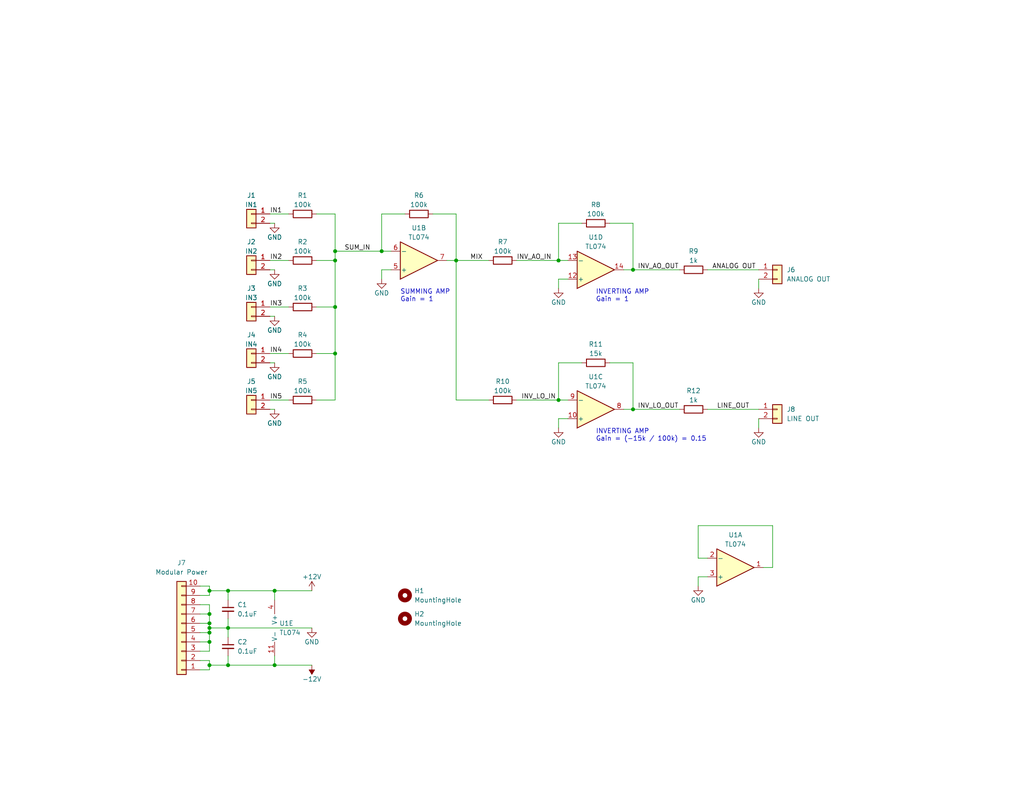
<source format=kicad_sch>
(kicad_sch (version 20211123) (generator eeschema)

  (uuid 1972675a-5b8b-4de3-92eb-61f5ed511416)

  (paper "USLetter")

  (title_block
    (title "Minimixer")
    (date "2022-06-03")
    (rev "0.1")
    (company "Max Proskauer")
  )

  (lib_symbols
    (symbol "Amplifier_Operational:TL074" (pin_names (offset 0.127)) (in_bom yes) (on_board yes)
      (property "Reference" "U" (id 0) (at 0 5.08 0)
        (effects (font (size 1.27 1.27)) (justify left))
      )
      (property "Value" "TL074" (id 1) (at 0 -5.08 0)
        (effects (font (size 1.27 1.27)) (justify left))
      )
      (property "Footprint" "" (id 2) (at -1.27 2.54 0)
        (effects (font (size 1.27 1.27)) hide)
      )
      (property "Datasheet" "http://www.ti.com/lit/ds/symlink/tl071.pdf" (id 3) (at 1.27 5.08 0)
        (effects (font (size 1.27 1.27)) hide)
      )
      (property "ki_locked" "" (id 4) (at 0 0 0)
        (effects (font (size 1.27 1.27)))
      )
      (property "ki_keywords" "quad opamp" (id 5) (at 0 0 0)
        (effects (font (size 1.27 1.27)) hide)
      )
      (property "ki_description" "Quad Low-Noise JFET-Input Operational Amplifiers, DIP-14/SOIC-14" (id 6) (at 0 0 0)
        (effects (font (size 1.27 1.27)) hide)
      )
      (property "ki_fp_filters" "SOIC*3.9x8.7mm*P1.27mm* DIP*W7.62mm* TSSOP*4.4x5mm*P0.65mm* SSOP*5.3x6.2mm*P0.65mm* MSOP*3x3mm*P0.5mm*" (id 7) (at 0 0 0)
        (effects (font (size 1.27 1.27)) hide)
      )
      (symbol "TL074_1_1"
        (polyline
          (pts
            (xy -5.08 5.08)
            (xy 5.08 0)
            (xy -5.08 -5.08)
            (xy -5.08 5.08)
          )
          (stroke (width 0.254) (type default) (color 0 0 0 0))
          (fill (type background))
        )
        (pin output line (at 7.62 0 180) (length 2.54)
          (name "~" (effects (font (size 1.27 1.27))))
          (number "1" (effects (font (size 1.27 1.27))))
        )
        (pin input line (at -7.62 -2.54 0) (length 2.54)
          (name "-" (effects (font (size 1.27 1.27))))
          (number "2" (effects (font (size 1.27 1.27))))
        )
        (pin input line (at -7.62 2.54 0) (length 2.54)
          (name "+" (effects (font (size 1.27 1.27))))
          (number "3" (effects (font (size 1.27 1.27))))
        )
      )
      (symbol "TL074_2_1"
        (polyline
          (pts
            (xy -5.08 5.08)
            (xy 5.08 0)
            (xy -5.08 -5.08)
            (xy -5.08 5.08)
          )
          (stroke (width 0.254) (type default) (color 0 0 0 0))
          (fill (type background))
        )
        (pin input line (at -7.62 2.54 0) (length 2.54)
          (name "+" (effects (font (size 1.27 1.27))))
          (number "5" (effects (font (size 1.27 1.27))))
        )
        (pin input line (at -7.62 -2.54 0) (length 2.54)
          (name "-" (effects (font (size 1.27 1.27))))
          (number "6" (effects (font (size 1.27 1.27))))
        )
        (pin output line (at 7.62 0 180) (length 2.54)
          (name "~" (effects (font (size 1.27 1.27))))
          (number "7" (effects (font (size 1.27 1.27))))
        )
      )
      (symbol "TL074_3_1"
        (polyline
          (pts
            (xy -5.08 5.08)
            (xy 5.08 0)
            (xy -5.08 -5.08)
            (xy -5.08 5.08)
          )
          (stroke (width 0.254) (type default) (color 0 0 0 0))
          (fill (type background))
        )
        (pin input line (at -7.62 2.54 0) (length 2.54)
          (name "+" (effects (font (size 1.27 1.27))))
          (number "10" (effects (font (size 1.27 1.27))))
        )
        (pin output line (at 7.62 0 180) (length 2.54)
          (name "~" (effects (font (size 1.27 1.27))))
          (number "8" (effects (font (size 1.27 1.27))))
        )
        (pin input line (at -7.62 -2.54 0) (length 2.54)
          (name "-" (effects (font (size 1.27 1.27))))
          (number "9" (effects (font (size 1.27 1.27))))
        )
      )
      (symbol "TL074_4_1"
        (polyline
          (pts
            (xy -5.08 5.08)
            (xy 5.08 0)
            (xy -5.08 -5.08)
            (xy -5.08 5.08)
          )
          (stroke (width 0.254) (type default) (color 0 0 0 0))
          (fill (type background))
        )
        (pin input line (at -7.62 2.54 0) (length 2.54)
          (name "+" (effects (font (size 1.27 1.27))))
          (number "12" (effects (font (size 1.27 1.27))))
        )
        (pin input line (at -7.62 -2.54 0) (length 2.54)
          (name "-" (effects (font (size 1.27 1.27))))
          (number "13" (effects (font (size 1.27 1.27))))
        )
        (pin output line (at 7.62 0 180) (length 2.54)
          (name "~" (effects (font (size 1.27 1.27))))
          (number "14" (effects (font (size 1.27 1.27))))
        )
      )
      (symbol "TL074_5_1"
        (pin power_in line (at -2.54 -7.62 90) (length 3.81)
          (name "V-" (effects (font (size 1.27 1.27))))
          (number "11" (effects (font (size 1.27 1.27))))
        )
        (pin power_in line (at -2.54 7.62 270) (length 3.81)
          (name "V+" (effects (font (size 1.27 1.27))))
          (number "4" (effects (font (size 1.27 1.27))))
        )
      )
    )
    (symbol "Connector_Generic:Conn_01x02" (pin_names (offset 1.016) hide) (in_bom yes) (on_board yes)
      (property "Reference" "J" (id 0) (at 0 2.54 0)
        (effects (font (size 1.27 1.27)))
      )
      (property "Value" "Conn_01x02" (id 1) (at 0 -5.08 0)
        (effects (font (size 1.27 1.27)))
      )
      (property "Footprint" "" (id 2) (at 0 0 0)
        (effects (font (size 1.27 1.27)) hide)
      )
      (property "Datasheet" "~" (id 3) (at 0 0 0)
        (effects (font (size 1.27 1.27)) hide)
      )
      (property "ki_keywords" "connector" (id 4) (at 0 0 0)
        (effects (font (size 1.27 1.27)) hide)
      )
      (property "ki_description" "Generic connector, single row, 01x02, script generated (kicad-library-utils/schlib/autogen/connector/)" (id 5) (at 0 0 0)
        (effects (font (size 1.27 1.27)) hide)
      )
      (property "ki_fp_filters" "Connector*:*_1x??_*" (id 6) (at 0 0 0)
        (effects (font (size 1.27 1.27)) hide)
      )
      (symbol "Conn_01x02_1_1"
        (rectangle (start -1.27 -2.413) (end 0 -2.667)
          (stroke (width 0.1524) (type default) (color 0 0 0 0))
          (fill (type none))
        )
        (rectangle (start -1.27 0.127) (end 0 -0.127)
          (stroke (width 0.1524) (type default) (color 0 0 0 0))
          (fill (type none))
        )
        (rectangle (start -1.27 1.27) (end 1.27 -3.81)
          (stroke (width 0.254) (type default) (color 0 0 0 0))
          (fill (type background))
        )
        (pin passive line (at -5.08 0 0) (length 3.81)
          (name "Pin_1" (effects (font (size 1.27 1.27))))
          (number "1" (effects (font (size 1.27 1.27))))
        )
        (pin passive line (at -5.08 -2.54 0) (length 3.81)
          (name "Pin_2" (effects (font (size 1.27 1.27))))
          (number "2" (effects (font (size 1.27 1.27))))
        )
      )
    )
    (symbol "Connector_Generic:Conn_01x10" (pin_names (offset 1.016) hide) (in_bom yes) (on_board yes)
      (property "Reference" "J" (id 0) (at 0 12.7 0)
        (effects (font (size 1.27 1.27)))
      )
      (property "Value" "Conn_01x10" (id 1) (at 0 -15.24 0)
        (effects (font (size 1.27 1.27)))
      )
      (property "Footprint" "" (id 2) (at 0 0 0)
        (effects (font (size 1.27 1.27)) hide)
      )
      (property "Datasheet" "~" (id 3) (at 0 0 0)
        (effects (font (size 1.27 1.27)) hide)
      )
      (property "ki_keywords" "connector" (id 4) (at 0 0 0)
        (effects (font (size 1.27 1.27)) hide)
      )
      (property "ki_description" "Generic connector, single row, 01x10, script generated (kicad-library-utils/schlib/autogen/connector/)" (id 5) (at 0 0 0)
        (effects (font (size 1.27 1.27)) hide)
      )
      (property "ki_fp_filters" "Connector*:*_1x??_*" (id 6) (at 0 0 0)
        (effects (font (size 1.27 1.27)) hide)
      )
      (symbol "Conn_01x10_1_1"
        (rectangle (start -1.27 -12.573) (end 0 -12.827)
          (stroke (width 0.1524) (type default) (color 0 0 0 0))
          (fill (type none))
        )
        (rectangle (start -1.27 -10.033) (end 0 -10.287)
          (stroke (width 0.1524) (type default) (color 0 0 0 0))
          (fill (type none))
        )
        (rectangle (start -1.27 -7.493) (end 0 -7.747)
          (stroke (width 0.1524) (type default) (color 0 0 0 0))
          (fill (type none))
        )
        (rectangle (start -1.27 -4.953) (end 0 -5.207)
          (stroke (width 0.1524) (type default) (color 0 0 0 0))
          (fill (type none))
        )
        (rectangle (start -1.27 -2.413) (end 0 -2.667)
          (stroke (width 0.1524) (type default) (color 0 0 0 0))
          (fill (type none))
        )
        (rectangle (start -1.27 0.127) (end 0 -0.127)
          (stroke (width 0.1524) (type default) (color 0 0 0 0))
          (fill (type none))
        )
        (rectangle (start -1.27 2.667) (end 0 2.413)
          (stroke (width 0.1524) (type default) (color 0 0 0 0))
          (fill (type none))
        )
        (rectangle (start -1.27 5.207) (end 0 4.953)
          (stroke (width 0.1524) (type default) (color 0 0 0 0))
          (fill (type none))
        )
        (rectangle (start -1.27 7.747) (end 0 7.493)
          (stroke (width 0.1524) (type default) (color 0 0 0 0))
          (fill (type none))
        )
        (rectangle (start -1.27 10.287) (end 0 10.033)
          (stroke (width 0.1524) (type default) (color 0 0 0 0))
          (fill (type none))
        )
        (rectangle (start -1.27 11.43) (end 1.27 -13.97)
          (stroke (width 0.254) (type default) (color 0 0 0 0))
          (fill (type background))
        )
        (pin passive line (at -5.08 10.16 0) (length 3.81)
          (name "Pin_1" (effects (font (size 1.27 1.27))))
          (number "1" (effects (font (size 1.27 1.27))))
        )
        (pin passive line (at -5.08 -12.7 0) (length 3.81)
          (name "Pin_10" (effects (font (size 1.27 1.27))))
          (number "10" (effects (font (size 1.27 1.27))))
        )
        (pin passive line (at -5.08 7.62 0) (length 3.81)
          (name "Pin_2" (effects (font (size 1.27 1.27))))
          (number "2" (effects (font (size 1.27 1.27))))
        )
        (pin passive line (at -5.08 5.08 0) (length 3.81)
          (name "Pin_3" (effects (font (size 1.27 1.27))))
          (number "3" (effects (font (size 1.27 1.27))))
        )
        (pin passive line (at -5.08 2.54 0) (length 3.81)
          (name "Pin_4" (effects (font (size 1.27 1.27))))
          (number "4" (effects (font (size 1.27 1.27))))
        )
        (pin passive line (at -5.08 0 0) (length 3.81)
          (name "Pin_5" (effects (font (size 1.27 1.27))))
          (number "5" (effects (font (size 1.27 1.27))))
        )
        (pin passive line (at -5.08 -2.54 0) (length 3.81)
          (name "Pin_6" (effects (font (size 1.27 1.27))))
          (number "6" (effects (font (size 1.27 1.27))))
        )
        (pin passive line (at -5.08 -5.08 0) (length 3.81)
          (name "Pin_7" (effects (font (size 1.27 1.27))))
          (number "7" (effects (font (size 1.27 1.27))))
        )
        (pin passive line (at -5.08 -7.62 0) (length 3.81)
          (name "Pin_8" (effects (font (size 1.27 1.27))))
          (number "8" (effects (font (size 1.27 1.27))))
        )
        (pin passive line (at -5.08 -10.16 0) (length 3.81)
          (name "Pin_9" (effects (font (size 1.27 1.27))))
          (number "9" (effects (font (size 1.27 1.27))))
        )
      )
    )
    (symbol "Device:C_Small" (pin_numbers hide) (pin_names (offset 0.254) hide) (in_bom yes) (on_board yes)
      (property "Reference" "C" (id 0) (at 0.254 1.778 0)
        (effects (font (size 1.27 1.27)) (justify left))
      )
      (property "Value" "C_Small" (id 1) (at 0.254 -2.032 0)
        (effects (font (size 1.27 1.27)) (justify left))
      )
      (property "Footprint" "" (id 2) (at 0 0 0)
        (effects (font (size 1.27 1.27)) hide)
      )
      (property "Datasheet" "~" (id 3) (at 0 0 0)
        (effects (font (size 1.27 1.27)) hide)
      )
      (property "ki_keywords" "capacitor cap" (id 4) (at 0 0 0)
        (effects (font (size 1.27 1.27)) hide)
      )
      (property "ki_description" "Unpolarized capacitor, small symbol" (id 5) (at 0 0 0)
        (effects (font (size 1.27 1.27)) hide)
      )
      (property "ki_fp_filters" "C_*" (id 6) (at 0 0 0)
        (effects (font (size 1.27 1.27)) hide)
      )
      (symbol "C_Small_0_1"
        (polyline
          (pts
            (xy -1.524 -0.508)
            (xy 1.524 -0.508)
          )
          (stroke (width 0.3302) (type default) (color 0 0 0 0))
          (fill (type none))
        )
        (polyline
          (pts
            (xy -1.524 0.508)
            (xy 1.524 0.508)
          )
          (stroke (width 0.3048) (type default) (color 0 0 0 0))
          (fill (type none))
        )
      )
      (symbol "C_Small_1_1"
        (pin passive line (at 0 2.54 270) (length 2.032)
          (name "~" (effects (font (size 1.27 1.27))))
          (number "1" (effects (font (size 1.27 1.27))))
        )
        (pin passive line (at 0 -2.54 90) (length 2.032)
          (name "~" (effects (font (size 1.27 1.27))))
          (number "2" (effects (font (size 1.27 1.27))))
        )
      )
    )
    (symbol "Device:R" (pin_numbers hide) (pin_names (offset 0)) (in_bom yes) (on_board yes)
      (property "Reference" "R" (id 0) (at 2.032 0 90)
        (effects (font (size 1.27 1.27)))
      )
      (property "Value" "R" (id 1) (at 0 0 90)
        (effects (font (size 1.27 1.27)))
      )
      (property "Footprint" "" (id 2) (at -1.778 0 90)
        (effects (font (size 1.27 1.27)) hide)
      )
      (property "Datasheet" "~" (id 3) (at 0 0 0)
        (effects (font (size 1.27 1.27)) hide)
      )
      (property "ki_keywords" "R res resistor" (id 4) (at 0 0 0)
        (effects (font (size 1.27 1.27)) hide)
      )
      (property "ki_description" "Resistor" (id 5) (at 0 0 0)
        (effects (font (size 1.27 1.27)) hide)
      )
      (property "ki_fp_filters" "R_*" (id 6) (at 0 0 0)
        (effects (font (size 1.27 1.27)) hide)
      )
      (symbol "R_0_1"
        (rectangle (start -1.016 -2.54) (end 1.016 2.54)
          (stroke (width 0.254) (type default) (color 0 0 0 0))
          (fill (type none))
        )
      )
      (symbol "R_1_1"
        (pin passive line (at 0 3.81 270) (length 1.27)
          (name "~" (effects (font (size 1.27 1.27))))
          (number "1" (effects (font (size 1.27 1.27))))
        )
        (pin passive line (at 0 -3.81 90) (length 1.27)
          (name "~" (effects (font (size 1.27 1.27))))
          (number "2" (effects (font (size 1.27 1.27))))
        )
      )
    )
    (symbol "Mechanical:MountingHole" (pin_names (offset 1.016)) (in_bom yes) (on_board yes)
      (property "Reference" "H" (id 0) (at 0 5.08 0)
        (effects (font (size 1.27 1.27)))
      )
      (property "Value" "MountingHole" (id 1) (at 0 3.175 0)
        (effects (font (size 1.27 1.27)))
      )
      (property "Footprint" "" (id 2) (at 0 0 0)
        (effects (font (size 1.27 1.27)) hide)
      )
      (property "Datasheet" "~" (id 3) (at 0 0 0)
        (effects (font (size 1.27 1.27)) hide)
      )
      (property "ki_keywords" "mounting hole" (id 4) (at 0 0 0)
        (effects (font (size 1.27 1.27)) hide)
      )
      (property "ki_description" "Mounting Hole without connection" (id 5) (at 0 0 0)
        (effects (font (size 1.27 1.27)) hide)
      )
      (property "ki_fp_filters" "MountingHole*" (id 6) (at 0 0 0)
        (effects (font (size 1.27 1.27)) hide)
      )
      (symbol "MountingHole_0_1"
        (circle (center 0 0) (radius 1.27)
          (stroke (width 1.27) (type default) (color 0 0 0 0))
          (fill (type none))
        )
      )
    )
    (symbol "power:+12V" (power) (pin_names (offset 0)) (in_bom yes) (on_board yes)
      (property "Reference" "#PWR" (id 0) (at 0 -3.81 0)
        (effects (font (size 1.27 1.27)) hide)
      )
      (property "Value" "+12V" (id 1) (at 0 3.556 0)
        (effects (font (size 1.27 1.27)))
      )
      (property "Footprint" "" (id 2) (at 0 0 0)
        (effects (font (size 1.27 1.27)) hide)
      )
      (property "Datasheet" "" (id 3) (at 0 0 0)
        (effects (font (size 1.27 1.27)) hide)
      )
      (property "ki_keywords" "power-flag" (id 4) (at 0 0 0)
        (effects (font (size 1.27 1.27)) hide)
      )
      (property "ki_description" "Power symbol creates a global label with name \"+12V\"" (id 5) (at 0 0 0)
        (effects (font (size 1.27 1.27)) hide)
      )
      (symbol "+12V_0_1"
        (polyline
          (pts
            (xy -0.762 1.27)
            (xy 0 2.54)
          )
          (stroke (width 0) (type default) (color 0 0 0 0))
          (fill (type none))
        )
        (polyline
          (pts
            (xy 0 0)
            (xy 0 2.54)
          )
          (stroke (width 0) (type default) (color 0 0 0 0))
          (fill (type none))
        )
        (polyline
          (pts
            (xy 0 2.54)
            (xy 0.762 1.27)
          )
          (stroke (width 0) (type default) (color 0 0 0 0))
          (fill (type none))
        )
      )
      (symbol "+12V_1_1"
        (pin power_in line (at 0 0 90) (length 0) hide
          (name "+12V" (effects (font (size 1.27 1.27))))
          (number "1" (effects (font (size 1.27 1.27))))
        )
      )
    )
    (symbol "power:-12V" (power) (pin_names (offset 0)) (in_bom yes) (on_board yes)
      (property "Reference" "#PWR" (id 0) (at 0 2.54 0)
        (effects (font (size 1.27 1.27)) hide)
      )
      (property "Value" "-12V" (id 1) (at 0 3.81 0)
        (effects (font (size 1.27 1.27)))
      )
      (property "Footprint" "" (id 2) (at 0 0 0)
        (effects (font (size 1.27 1.27)) hide)
      )
      (property "Datasheet" "" (id 3) (at 0 0 0)
        (effects (font (size 1.27 1.27)) hide)
      )
      (property "ki_keywords" "power-flag" (id 4) (at 0 0 0)
        (effects (font (size 1.27 1.27)) hide)
      )
      (property "ki_description" "Power symbol creates a global label with name \"-12V\"" (id 5) (at 0 0 0)
        (effects (font (size 1.27 1.27)) hide)
      )
      (symbol "-12V_0_0"
        (pin power_in line (at 0 0 90) (length 0) hide
          (name "-12V" (effects (font (size 1.27 1.27))))
          (number "1" (effects (font (size 1.27 1.27))))
        )
      )
      (symbol "-12V_0_1"
        (polyline
          (pts
            (xy 0 0)
            (xy 0 1.27)
            (xy 0.762 1.27)
            (xy 0 2.54)
            (xy -0.762 1.27)
            (xy 0 1.27)
          )
          (stroke (width 0) (type default) (color 0 0 0 0))
          (fill (type outline))
        )
      )
    )
    (symbol "power:GND" (power) (pin_names (offset 0)) (in_bom yes) (on_board yes)
      (property "Reference" "#PWR" (id 0) (at 0 -6.35 0)
        (effects (font (size 1.27 1.27)) hide)
      )
      (property "Value" "GND" (id 1) (at 0 -3.81 0)
        (effects (font (size 1.27 1.27)))
      )
      (property "Footprint" "" (id 2) (at 0 0 0)
        (effects (font (size 1.27 1.27)) hide)
      )
      (property "Datasheet" "" (id 3) (at 0 0 0)
        (effects (font (size 1.27 1.27)) hide)
      )
      (property "ki_keywords" "power-flag" (id 4) (at 0 0 0)
        (effects (font (size 1.27 1.27)) hide)
      )
      (property "ki_description" "Power symbol creates a global label with name \"GND\" , ground" (id 5) (at 0 0 0)
        (effects (font (size 1.27 1.27)) hide)
      )
      (symbol "GND_0_1"
        (polyline
          (pts
            (xy 0 0)
            (xy 0 -1.27)
            (xy 1.27 -1.27)
            (xy 0 -2.54)
            (xy -1.27 -1.27)
            (xy 0 -1.27)
          )
          (stroke (width 0) (type default) (color 0 0 0 0))
          (fill (type none))
        )
      )
      (symbol "GND_1_1"
        (pin power_in line (at 0 0 270) (length 0) hide
          (name "GND" (effects (font (size 1.27 1.27))))
          (number "1" (effects (font (size 1.27 1.27))))
        )
      )
    )
  )

  (junction (at 57.15 181.61) (diameter 0) (color 0 0 0 0)
    (uuid 1842223e-e8a4-4426-924b-ae03f471f7f1)
  )
  (junction (at 91.44 83.82) (diameter 0) (color 0 0 0 0)
    (uuid 1f18b278-68af-4871-8f6d-ee7da28123cf)
  )
  (junction (at 57.15 171.45) (diameter 0) (color 0 0 0 0)
    (uuid 29e45674-2bf3-4585-9859-175df182dcf6)
  )
  (junction (at 62.23 171.45) (diameter 0) (color 0 0 0 0)
    (uuid 2d98b85e-deeb-4741-aab2-50a6c6c5987f)
  )
  (junction (at 62.23 181.61) (diameter 0) (color 0 0 0 0)
    (uuid 5cd40605-5a98-45ad-8f5b-7e97894eaa1e)
  )
  (junction (at 152.4 71.12) (diameter 0) (color 0 0 0 0)
    (uuid 6547b4dc-c0ea-4cea-ae93-f723b691f969)
  )
  (junction (at 57.15 170.18) (diameter 0) (color 0 0 0 0)
    (uuid 65778368-586e-4813-aafa-5a9158f3f544)
  )
  (junction (at 74.93 181.61) (diameter 0) (color 0 0 0 0)
    (uuid 658b00cf-c536-4b02-baf9-16d7114a83de)
  )
  (junction (at 57.15 172.72) (diameter 0) (color 0 0 0 0)
    (uuid 6682f891-6184-461b-a18f-26f946706131)
  )
  (junction (at 152.4 109.22) (diameter 0) (color 0 0 0 0)
    (uuid 6b4395b0-6af1-4890-beff-a23b08ddf679)
  )
  (junction (at 172.72 111.76) (diameter 0) (color 0 0 0 0)
    (uuid 6edb5970-f049-4a79-97f5-687ae813a37d)
  )
  (junction (at 57.15 167.64) (diameter 0) (color 0 0 0 0)
    (uuid 74f4b33f-4c68-4cd4-8d44-36766625175d)
  )
  (junction (at 124.46 71.12) (diameter 0) (color 0 0 0 0)
    (uuid 7b48ecee-162e-49b1-a180-4147f4a37861)
  )
  (junction (at 57.15 175.26) (diameter 0) (color 0 0 0 0)
    (uuid 8f4c3da2-27e6-4157-8392-04aa0228eee5)
  )
  (junction (at 91.44 68.58) (diameter 0) (color 0 0 0 0)
    (uuid 94c56359-d650-4538-8a51-2da045d6f386)
  )
  (junction (at 91.44 71.12) (diameter 0) (color 0 0 0 0)
    (uuid 9a800da9-fe98-45e8-94f2-a29c2043ff62)
  )
  (junction (at 74.93 161.29) (diameter 0) (color 0 0 0 0)
    (uuid a3ae3029-6fa1-429d-a911-9cf656e9b981)
  )
  (junction (at 62.23 161.29) (diameter 0) (color 0 0 0 0)
    (uuid be3f65a2-2c0b-46e6-a79c-cef4637b65eb)
  )
  (junction (at 91.44 96.52) (diameter 0) (color 0 0 0 0)
    (uuid bfdc28a9-33d5-40d4-8bad-6ccf2d014776)
  )
  (junction (at 104.14 68.58) (diameter 0) (color 0 0 0 0)
    (uuid e1e2cf0c-5726-411a-bc41-024dfaeae316)
  )
  (junction (at 172.72 73.66) (diameter 0) (color 0 0 0 0)
    (uuid f4484b64-ffbc-4765-916d-40de1be05ab4)
  )
  (junction (at 57.15 161.29) (diameter 0) (color 0 0 0 0)
    (uuid f4f0e682-a59e-4ecf-9655-204cc988aa90)
  )

  (wire (pts (xy 57.15 162.56) (xy 57.15 161.29))
    (stroke (width 0) (type default) (color 0 0 0 0))
    (uuid 001aa9df-62a6-44a5-bb6d-06a4caa377b2)
  )
  (wire (pts (xy 73.66 71.12) (xy 78.74 71.12))
    (stroke (width 0) (type default) (color 0 0 0 0))
    (uuid 0f02c2b5-aef6-44d9-87bf-8445f296bdd9)
  )
  (wire (pts (xy 57.15 175.26) (xy 57.15 177.8))
    (stroke (width 0) (type default) (color 0 0 0 0))
    (uuid 0f10a71b-1472-4f1f-8df2-f04d280ad1f2)
  )
  (wire (pts (xy 91.44 68.58) (xy 104.14 68.58))
    (stroke (width 0) (type default) (color 0 0 0 0))
    (uuid 0f438a24-3cb8-4942-b0d9-6d9feebd5acf)
  )
  (wire (pts (xy 57.15 161.29) (xy 57.15 160.02))
    (stroke (width 0) (type default) (color 0 0 0 0))
    (uuid 1fa9a617-1d87-4532-9da1-c14d13f9d153)
  )
  (wire (pts (xy 154.94 71.12) (xy 152.4 71.12))
    (stroke (width 0) (type default) (color 0 0 0 0))
    (uuid 226b4862-cca0-450d-b3e0-560c78dadd0c)
  )
  (wire (pts (xy 62.23 171.45) (xy 62.23 173.99))
    (stroke (width 0) (type default) (color 0 0 0 0))
    (uuid 258195b0-0a0c-4baa-9307-82fa89f6f23a)
  )
  (wire (pts (xy 54.61 172.72) (xy 57.15 172.72))
    (stroke (width 0) (type default) (color 0 0 0 0))
    (uuid 28e48726-15ca-42ac-96b8-5cea94961b2f)
  )
  (wire (pts (xy 57.15 170.18) (xy 57.15 171.45))
    (stroke (width 0) (type default) (color 0 0 0 0))
    (uuid 2966f628-ceb1-4666-aa2f-fd4faf4ada48)
  )
  (wire (pts (xy 54.61 162.56) (xy 57.15 162.56))
    (stroke (width 0) (type default) (color 0 0 0 0))
    (uuid 2b66e174-42f7-4145-a099-0ee65aa2c837)
  )
  (wire (pts (xy 124.46 71.12) (xy 133.35 71.12))
    (stroke (width 0) (type default) (color 0 0 0 0))
    (uuid 2e8818c0-a3dc-42d2-a3f0-c53bedd199ce)
  )
  (wire (pts (xy 54.61 170.18) (xy 57.15 170.18))
    (stroke (width 0) (type default) (color 0 0 0 0))
    (uuid 2f6f277a-129a-40b6-87c2-cc948ae6ce8e)
  )
  (wire (pts (xy 124.46 71.12) (xy 124.46 109.22))
    (stroke (width 0) (type default) (color 0 0 0 0))
    (uuid 33202bf2-85fc-4ab0-8d6f-74eb1491c3ed)
  )
  (wire (pts (xy 91.44 96.52) (xy 91.44 109.22))
    (stroke (width 0) (type default) (color 0 0 0 0))
    (uuid 335edaf2-b7d4-4ef6-b844-091df5bdd07c)
  )
  (wire (pts (xy 86.36 96.52) (xy 91.44 96.52))
    (stroke (width 0) (type default) (color 0 0 0 0))
    (uuid 3734de52-5c68-4b34-9377-abcdaf4c20b7)
  )
  (wire (pts (xy 154.94 114.3) (xy 152.4 114.3))
    (stroke (width 0) (type default) (color 0 0 0 0))
    (uuid 39b2919b-6c2e-42a6-892e-d48bb3ea0018)
  )
  (wire (pts (xy 57.15 171.45) (xy 62.23 171.45))
    (stroke (width 0) (type default) (color 0 0 0 0))
    (uuid 3a3c3a47-00a5-4aca-9b6d-a770effa08bd)
  )
  (wire (pts (xy 124.46 109.22) (xy 133.35 109.22))
    (stroke (width 0) (type default) (color 0 0 0 0))
    (uuid 3c6fc72b-16b8-45ba-8944-f8ca33ddedfe)
  )
  (wire (pts (xy 190.5 143.51) (xy 210.82 143.51))
    (stroke (width 0) (type default) (color 0 0 0 0))
    (uuid 416d17fb-56e8-44ca-827c-3498b67cab5a)
  )
  (wire (pts (xy 193.04 111.76) (xy 207.01 111.76))
    (stroke (width 0) (type default) (color 0 0 0 0))
    (uuid 44d02a50-7d47-45e6-82fc-16d5032ae145)
  )
  (wire (pts (xy 158.75 99.06) (xy 152.4 99.06))
    (stroke (width 0) (type default) (color 0 0 0 0))
    (uuid 459b427b-fb03-4535-859e-660aa9e157ae)
  )
  (wire (pts (xy 121.92 71.12) (xy 124.46 71.12))
    (stroke (width 0) (type default) (color 0 0 0 0))
    (uuid 4677ac27-e01a-4898-bda9-f21dbcbadd63)
  )
  (wire (pts (xy 54.61 160.02) (xy 57.15 160.02))
    (stroke (width 0) (type default) (color 0 0 0 0))
    (uuid 482256ae-bf9a-4693-a9ed-05ed869ce2d3)
  )
  (wire (pts (xy 57.15 177.8) (xy 54.61 177.8))
    (stroke (width 0) (type default) (color 0 0 0 0))
    (uuid 4af1cdef-53f0-4c41-9b02-56cd97ea769d)
  )
  (wire (pts (xy 73.66 96.52) (xy 78.74 96.52))
    (stroke (width 0) (type default) (color 0 0 0 0))
    (uuid 4c8d2ddf-4e7a-44f8-b373-75fee569ba99)
  )
  (wire (pts (xy 54.61 175.26) (xy 57.15 175.26))
    (stroke (width 0) (type default) (color 0 0 0 0))
    (uuid 4d8a1d48-792e-4407-a0dd-2181830f451c)
  )
  (wire (pts (xy 86.36 58.42) (xy 91.44 58.42))
    (stroke (width 0) (type default) (color 0 0 0 0))
    (uuid 4db2b569-d523-4628-a5e3-d9db90c68fdd)
  )
  (wire (pts (xy 172.72 60.96) (xy 172.72 73.66))
    (stroke (width 0) (type default) (color 0 0 0 0))
    (uuid 507b66ec-eeac-447c-a337-b95cda424703)
  )
  (wire (pts (xy 207.01 114.3) (xy 207.01 116.84))
    (stroke (width 0) (type default) (color 0 0 0 0))
    (uuid 5301131b-5d67-44ef-a6d7-681d6f80e1e2)
  )
  (wire (pts (xy 62.23 161.29) (xy 74.93 161.29))
    (stroke (width 0) (type default) (color 0 0 0 0))
    (uuid 557318fc-0055-4df2-8bbb-74c65ade9402)
  )
  (wire (pts (xy 124.46 58.42) (xy 118.11 58.42))
    (stroke (width 0) (type default) (color 0 0 0 0))
    (uuid 576608c7-8244-4954-8e7d-da0bd587c513)
  )
  (wire (pts (xy 62.23 163.83) (xy 62.23 161.29))
    (stroke (width 0) (type default) (color 0 0 0 0))
    (uuid 5da80594-2acf-4637-adf5-9dd1cd06d597)
  )
  (wire (pts (xy 172.72 111.76) (xy 185.42 111.76))
    (stroke (width 0) (type default) (color 0 0 0 0))
    (uuid 5db60a89-f517-4aa6-bd12-283426e681c6)
  )
  (wire (pts (xy 154.94 76.2) (xy 152.4 76.2))
    (stroke (width 0) (type default) (color 0 0 0 0))
    (uuid 607566da-aa07-4040-9dbd-dddb30a1d748)
  )
  (wire (pts (xy 57.15 167.64) (xy 57.15 170.18))
    (stroke (width 0) (type default) (color 0 0 0 0))
    (uuid 61aa4d64-0e36-4fec-9fa2-b49e65bf7b42)
  )
  (wire (pts (xy 54.61 167.64) (xy 57.15 167.64))
    (stroke (width 0) (type default) (color 0 0 0 0))
    (uuid 66a14ba8-7650-4ae9-b304-04c55c052510)
  )
  (wire (pts (xy 73.66 111.76) (xy 74.93 111.76))
    (stroke (width 0) (type default) (color 0 0 0 0))
    (uuid 67caa93b-7db9-4b24-9eca-d22e70167d4b)
  )
  (wire (pts (xy 57.15 165.1) (xy 57.15 167.64))
    (stroke (width 0) (type default) (color 0 0 0 0))
    (uuid 6880d195-c49c-4626-abec-c076f12eefe3)
  )
  (wire (pts (xy 210.82 143.51) (xy 210.82 154.94))
    (stroke (width 0) (type default) (color 0 0 0 0))
    (uuid 68c78c28-b414-4d5f-9b93-a6860e49ba27)
  )
  (wire (pts (xy 152.4 71.12) (xy 152.4 60.96))
    (stroke (width 0) (type default) (color 0 0 0 0))
    (uuid 6bfb624b-0a22-4290-8d1f-62922feeb737)
  )
  (wire (pts (xy 86.36 71.12) (xy 91.44 71.12))
    (stroke (width 0) (type default) (color 0 0 0 0))
    (uuid 6c0c879b-b891-4ea5-8102-875778ae2a54)
  )
  (wire (pts (xy 91.44 71.12) (xy 91.44 83.82))
    (stroke (width 0) (type default) (color 0 0 0 0))
    (uuid 7347b85c-481e-4d68-b21f-3ef186ea07f3)
  )
  (wire (pts (xy 74.93 179.07) (xy 74.93 181.61))
    (stroke (width 0) (type default) (color 0 0 0 0))
    (uuid 73a2e5e1-1670-42a4-bbfb-709fffece32b)
  )
  (wire (pts (xy 62.23 161.29) (xy 57.15 161.29))
    (stroke (width 0) (type default) (color 0 0 0 0))
    (uuid 7acf5062-d5f7-4c93-a020-90059c291339)
  )
  (wire (pts (xy 62.23 168.91) (xy 62.23 171.45))
    (stroke (width 0) (type default) (color 0 0 0 0))
    (uuid 7d4c6d54-a75c-4386-94e6-6753137ecd01)
  )
  (wire (pts (xy 124.46 71.12) (xy 124.46 58.42))
    (stroke (width 0) (type default) (color 0 0 0 0))
    (uuid 7e622efa-a179-4a2a-8840-225be76b5ba4)
  )
  (wire (pts (xy 172.72 73.66) (xy 185.42 73.66))
    (stroke (width 0) (type default) (color 0 0 0 0))
    (uuid 82295ffb-4d8e-4de7-814b-27a40a87f24b)
  )
  (wire (pts (xy 91.44 109.22) (xy 86.36 109.22))
    (stroke (width 0) (type default) (color 0 0 0 0))
    (uuid 85cf2d8b-e138-4499-a3b0-486575c59072)
  )
  (wire (pts (xy 73.66 99.06) (xy 74.93 99.06))
    (stroke (width 0) (type default) (color 0 0 0 0))
    (uuid 88b056e0-4972-49a9-872b-b03cc5b3c3ce)
  )
  (wire (pts (xy 110.49 58.42) (xy 104.14 58.42))
    (stroke (width 0) (type default) (color 0 0 0 0))
    (uuid 8faa0d3a-59f9-4315-9eba-431f8632c36e)
  )
  (wire (pts (xy 152.4 114.3) (xy 152.4 116.84))
    (stroke (width 0) (type default) (color 0 0 0 0))
    (uuid 914c8a1d-7b85-4894-9876-ec94fa97c9b7)
  )
  (wire (pts (xy 73.66 60.96) (xy 74.93 60.96))
    (stroke (width 0) (type default) (color 0 0 0 0))
    (uuid 9adf0fce-af76-430c-9897-fcd1d19950f0)
  )
  (wire (pts (xy 54.61 180.34) (xy 57.15 180.34))
    (stroke (width 0) (type default) (color 0 0 0 0))
    (uuid 9f891902-4824-419e-aba9-ccc55a44928d)
  )
  (wire (pts (xy 152.4 60.96) (xy 158.75 60.96))
    (stroke (width 0) (type default) (color 0 0 0 0))
    (uuid a04b6c95-7fac-4bb8-9890-ef43c49a65be)
  )
  (wire (pts (xy 73.66 86.36) (xy 74.93 86.36))
    (stroke (width 0) (type default) (color 0 0 0 0))
    (uuid a8bd4bab-f892-443c-a649-1850a8b8668b)
  )
  (wire (pts (xy 193.04 73.66) (xy 207.01 73.66))
    (stroke (width 0) (type default) (color 0 0 0 0))
    (uuid a8df2580-8384-40aa-a724-522eba151511)
  )
  (wire (pts (xy 73.66 73.66) (xy 74.93 73.66))
    (stroke (width 0) (type default) (color 0 0 0 0))
    (uuid a8e51d42-edf0-4b0c-88c3-4d0005c9ed5e)
  )
  (wire (pts (xy 104.14 58.42) (xy 104.14 68.58))
    (stroke (width 0) (type default) (color 0 0 0 0))
    (uuid a95ae8b7-2bf7-4019-a3a5-3ddc98bc26b1)
  )
  (wire (pts (xy 91.44 58.42) (xy 91.44 68.58))
    (stroke (width 0) (type default) (color 0 0 0 0))
    (uuid a96426da-6b4f-441c-a842-29ccb530f20e)
  )
  (wire (pts (xy 57.15 181.61) (xy 57.15 182.88))
    (stroke (width 0) (type default) (color 0 0 0 0))
    (uuid aabb1383-34ee-43e6-9f94-7c3476e6e65c)
  )
  (wire (pts (xy 57.15 172.72) (xy 57.15 175.26))
    (stroke (width 0) (type default) (color 0 0 0 0))
    (uuid ab6856d4-5092-4480-aa69-253834a36288)
  )
  (wire (pts (xy 62.23 181.61) (xy 57.15 181.61))
    (stroke (width 0) (type default) (color 0 0 0 0))
    (uuid acbab0a9-b910-4c44-ab03-cebde1541ff3)
  )
  (wire (pts (xy 73.66 58.42) (xy 78.74 58.42))
    (stroke (width 0) (type default) (color 0 0 0 0))
    (uuid add98db9-2878-46c8-90e0-2b64f5aae167)
  )
  (wire (pts (xy 74.93 161.29) (xy 85.09 161.29))
    (stroke (width 0) (type default) (color 0 0 0 0))
    (uuid ae1c447e-c73e-4ab8-bfa1-837a022537a3)
  )
  (wire (pts (xy 193.04 157.48) (xy 190.5 157.48))
    (stroke (width 0) (type default) (color 0 0 0 0))
    (uuid ae85ae01-023a-4b1a-8e1f-5fa3ed512ab5)
  )
  (wire (pts (xy 190.5 157.48) (xy 190.5 160.02))
    (stroke (width 0) (type default) (color 0 0 0 0))
    (uuid b435de35-fb08-43af-87a1-0c6c9d7b811f)
  )
  (wire (pts (xy 62.23 179.07) (xy 62.23 181.61))
    (stroke (width 0) (type default) (color 0 0 0 0))
    (uuid b4ccc69f-bc23-4395-9874-e198d57969f6)
  )
  (wire (pts (xy 54.61 165.1) (xy 57.15 165.1))
    (stroke (width 0) (type default) (color 0 0 0 0))
    (uuid b5f5dce0-4ce1-4c62-9a4e-f3f19657d64e)
  )
  (wire (pts (xy 152.4 99.06) (xy 152.4 109.22))
    (stroke (width 0) (type default) (color 0 0 0 0))
    (uuid b6f55c7a-3518-4b46-9a44-ce91bd814a9a)
  )
  (wire (pts (xy 172.72 99.06) (xy 166.37 99.06))
    (stroke (width 0) (type default) (color 0 0 0 0))
    (uuid b80c2ca0-b97d-4927-bdb9-041e51f9921d)
  )
  (wire (pts (xy 73.66 83.82) (xy 78.74 83.82))
    (stroke (width 0) (type default) (color 0 0 0 0))
    (uuid c29849ad-75aa-483e-a556-e9cc7d11358f)
  )
  (wire (pts (xy 74.93 161.29) (xy 74.93 163.83))
    (stroke (width 0) (type default) (color 0 0 0 0))
    (uuid c3559204-aed1-499b-9e87-dee099fd150a)
  )
  (wire (pts (xy 152.4 109.22) (xy 154.94 109.22))
    (stroke (width 0) (type default) (color 0 0 0 0))
    (uuid c429e265-87b4-4718-84a0-f8f5fbc207b0)
  )
  (wire (pts (xy 74.93 181.61) (xy 85.09 181.61))
    (stroke (width 0) (type default) (color 0 0 0 0))
    (uuid c5ff18d4-b011-4337-8f1a-629d0ebd7e77)
  )
  (wire (pts (xy 106.68 73.66) (xy 104.14 73.66))
    (stroke (width 0) (type default) (color 0 0 0 0))
    (uuid c92cf2b0-09ed-4a86-baf6-76745eb387a5)
  )
  (wire (pts (xy 57.15 182.88) (xy 54.61 182.88))
    (stroke (width 0) (type default) (color 0 0 0 0))
    (uuid ced744b9-e306-4a27-b9c1-93ee94c79ac4)
  )
  (wire (pts (xy 170.18 111.76) (xy 172.72 111.76))
    (stroke (width 0) (type default) (color 0 0 0 0))
    (uuid d19cab76-b67e-4d47-942b-2989c67a1dd3)
  )
  (wire (pts (xy 207.01 76.2) (xy 207.01 78.74))
    (stroke (width 0) (type default) (color 0 0 0 0))
    (uuid d2c5f710-dcbd-4041-a88d-68e3091a9f7d)
  )
  (wire (pts (xy 91.44 83.82) (xy 91.44 96.52))
    (stroke (width 0) (type default) (color 0 0 0 0))
    (uuid d2caf3ec-481a-4267-9692-49d168e3064a)
  )
  (wire (pts (xy 73.66 109.22) (xy 78.74 109.22))
    (stroke (width 0) (type default) (color 0 0 0 0))
    (uuid d2d49b27-2380-4f20-8c88-35c2cb3fa4f6)
  )
  (wire (pts (xy 91.44 68.58) (xy 91.44 71.12))
    (stroke (width 0) (type default) (color 0 0 0 0))
    (uuid d41b6abe-675f-4d67-945b-4457efa7e253)
  )
  (wire (pts (xy 62.23 171.45) (xy 85.09 171.45))
    (stroke (width 0) (type default) (color 0 0 0 0))
    (uuid d688aec4-9878-4dfb-9fc5-dd5f51327413)
  )
  (wire (pts (xy 172.72 111.76) (xy 172.72 99.06))
    (stroke (width 0) (type default) (color 0 0 0 0))
    (uuid dc5a3a47-aa84-4d22-8a4f-bbdcfde55a13)
  )
  (wire (pts (xy 140.97 71.12) (xy 152.4 71.12))
    (stroke (width 0) (type default) (color 0 0 0 0))
    (uuid de2b21b7-df7e-4d10-b482-1bdf3192193d)
  )
  (wire (pts (xy 86.36 83.82) (xy 91.44 83.82))
    (stroke (width 0) (type default) (color 0 0 0 0))
    (uuid e06b70d1-626d-4417-a93a-3a50f271a0c2)
  )
  (wire (pts (xy 166.37 60.96) (xy 172.72 60.96))
    (stroke (width 0) (type default) (color 0 0 0 0))
    (uuid e1d7a895-ec84-4027-b33e-5c8f6f991fa3)
  )
  (wire (pts (xy 140.97 109.22) (xy 152.4 109.22))
    (stroke (width 0) (type default) (color 0 0 0 0))
    (uuid e2504dc3-2ad3-48f8-9ee0-c16d4349826e)
  )
  (wire (pts (xy 104.14 73.66) (xy 104.14 76.2))
    (stroke (width 0) (type default) (color 0 0 0 0))
    (uuid e379af58-bc45-449f-a9ea-db0a80e5cdbf)
  )
  (wire (pts (xy 57.15 180.34) (xy 57.15 181.61))
    (stroke (width 0) (type default) (color 0 0 0 0))
    (uuid e37fab20-dd2c-4cc9-99ae-f1fbf2f609dd)
  )
  (wire (pts (xy 62.23 181.61) (xy 74.93 181.61))
    (stroke (width 0) (type default) (color 0 0 0 0))
    (uuid e50e90ff-a74a-4f38-9e4c-111a1999e9d6)
  )
  (wire (pts (xy 104.14 68.58) (xy 106.68 68.58))
    (stroke (width 0) (type default) (color 0 0 0 0))
    (uuid e68c56be-aaac-4b9f-80ff-e96a9cfc1c5d)
  )
  (wire (pts (xy 172.72 73.66) (xy 170.18 73.66))
    (stroke (width 0) (type default) (color 0 0 0 0))
    (uuid e990220b-f0e2-451f-b283-13aa6d260637)
  )
  (wire (pts (xy 152.4 76.2) (xy 152.4 78.74))
    (stroke (width 0) (type default) (color 0 0 0 0))
    (uuid ece891de-a7bf-40e4-a5f6-b71e0e84ecac)
  )
  (wire (pts (xy 210.82 154.94) (xy 208.28 154.94))
    (stroke (width 0) (type default) (color 0 0 0 0))
    (uuid f1df2e8d-037a-4498-b200-deb3d6588f8e)
  )
  (wire (pts (xy 190.5 152.4) (xy 190.5 143.51))
    (stroke (width 0) (type default) (color 0 0 0 0))
    (uuid f252a46d-f119-42cb-b72f-371225ffb95d)
  )
  (wire (pts (xy 193.04 152.4) (xy 190.5 152.4))
    (stroke (width 0) (type default) (color 0 0 0 0))
    (uuid f60a283e-9bbf-41af-beb4-dcc57489ef10)
  )
  (wire (pts (xy 57.15 171.45) (xy 57.15 172.72))
    (stroke (width 0) (type default) (color 0 0 0 0))
    (uuid f8055b45-39e6-4dcc-b950-f86c17d11d3c)
  )

  (text "INVERTING AMP\nGain = (-15k / 100k) = 0.15" (at 162.56 120.65 0)
    (effects (font (size 1.27 1.27)) (justify left bottom))
    (uuid 8d51f62f-cf2a-452d-85af-cb31626a3b36)
  )
  (text "SUMMING AMP\nGain = 1" (at 109.22 82.55 0)
    (effects (font (size 1.27 1.27)) (justify left bottom))
    (uuid d985b50d-fe68-4ef7-8dd5-7b8917bd6d65)
  )
  (text "INVERTING AMP\nGain = 1" (at 162.56 82.55 0)
    (effects (font (size 1.27 1.27)) (justify left bottom))
    (uuid e6775bae-8338-4b57-bd9c-a20d281b957b)
  )

  (label "INV_AO_IN" (at 140.97 71.12 0)
    (effects (font (size 1.27 1.27)) (justify left bottom))
    (uuid 04e4e43d-a116-474e-a756-f789e85e5261)
  )
  (label "SUM_IN" (at 93.98 68.58 0)
    (effects (font (size 1.27 1.27)) (justify left bottom))
    (uuid 43f3dd0e-e1cb-4fe1-a94f-ac30d76a3ef7)
  )
  (label "MIX" (at 128.27 71.12 0)
    (effects (font (size 1.27 1.27)) (justify left bottom))
    (uuid 5cbb1cc5-6753-4b06-80bc-93fe54d711e0)
  )
  (label "IN3" (at 73.66 83.82 0)
    (effects (font (size 1.27 1.27)) (justify left bottom))
    (uuid 7b77e444-e416-4355-97f3-4e3a1f0f14c3)
  )
  (label "INV_LO_IN" (at 142.24 109.22 0)
    (effects (font (size 1.27 1.27)) (justify left bottom))
    (uuid 7c314a23-3aa0-451d-a4ea-8d28d1f3588f)
  )
  (label "IN2" (at 73.66 71.12 0)
    (effects (font (size 1.27 1.27)) (justify left bottom))
    (uuid 80fe7850-7193-4407-a559-cb73ae066a08)
  )
  (label "INV_AO_OUT" (at 173.99 73.66 0)
    (effects (font (size 1.27 1.27)) (justify left bottom))
    (uuid 90945392-cc26-4a07-9931-17a8f6bed296)
  )
  (label "IN4" (at 73.66 96.52 0)
    (effects (font (size 1.27 1.27)) (justify left bottom))
    (uuid 935727a0-a397-438e-9c46-c344606432f3)
  )
  (label "INV_LO_OUT" (at 173.99 111.76 0)
    (effects (font (size 1.27 1.27)) (justify left bottom))
    (uuid a4f5c3a9-afad-417d-b574-9c36fa6b4c9c)
  )
  (label "IN1" (at 73.66 58.42 0)
    (effects (font (size 1.27 1.27)) (justify left bottom))
    (uuid bacf7afd-57b9-45f9-b712-5ec07274fd57)
  )
  (label "IN5" (at 73.66 109.22 0)
    (effects (font (size 1.27 1.27)) (justify left bottom))
    (uuid dd59dc18-c3ea-47d5-b6e4-9e3a334b53c8)
  )
  (label "LINE_OUT" (at 195.58 111.76 0)
    (effects (font (size 1.27 1.27)) (justify left bottom))
    (uuid e80628d2-5ada-42a3-a0fe-f0e8e380c241)
  )
  (label "ANALOG OUT" (at 194.31 73.66 0)
    (effects (font (size 1.27 1.27)) (justify left bottom))
    (uuid f40d42ee-090e-4c75-ba25-c790ae85b99b)
  )

  (symbol (lib_id "Amplifier_Operational:TL074") (at 162.56 111.76 0) (mirror x) (unit 3)
    (in_bom yes) (on_board yes)
    (uuid 07151359-dc7a-4b45-bfa3-de626025da3b)
    (property "Reference" "U1" (id 0) (at 162.56 102.87 0))
    (property "Value" "TL074" (id 1) (at 162.56 105.41 0))
    (property "Footprint" "Package_DIP:DIP-14_W10.16mm" (id 2) (at 161.29 114.3 0)
      (effects (font (size 1.27 1.27)) hide)
    )
    (property "Datasheet" "http://www.ti.com/lit/ds/symlink/tl071.pdf" (id 3) (at 163.83 116.84 0)
      (effects (font (size 1.27 1.27)) hide)
    )
    (pin "1" (uuid cd57afbf-1f29-4ac1-9e14-9f39e40fbfcc))
    (pin "2" (uuid ca5d386b-f5b3-474c-97f8-57730279614a))
    (pin "3" (uuid a8258b4f-2978-4516-813a-3a7b9bf7c31b))
    (pin "5" (uuid 104c5fdd-31cb-4836-ac6f-a9fecfccd84b))
    (pin "6" (uuid e15ca103-c5e4-463e-bcd8-749c76e7d8c5))
    (pin "7" (uuid 44fb6da3-91cf-43b7-92e9-8496c806dd26))
    (pin "10" (uuid 010c24ca-9110-48cb-81f3-272101e2fe0f))
    (pin "8" (uuid fe1867b9-30b3-4f68-8d7a-b6a207f9129f))
    (pin "9" (uuid e10af4d9-9350-4a66-a483-51a98c8e4c59))
    (pin "12" (uuid 88586aa8-18d4-4e3c-84be-12f2a1eb2d08))
    (pin "13" (uuid 9fa8d33e-a9a5-4b99-8eaf-8423bbcce53c))
    (pin "14" (uuid c9cad6e0-bdcc-4d37-b208-46b73d3a9ebf))
    (pin "11" (uuid 9e1d75b2-31e6-4050-9d2e-026c37f3075a))
    (pin "4" (uuid 304e54d0-cddd-4377-b6cd-c1bb7c4edbbb))
  )

  (symbol (lib_id "power:GND") (at 74.93 111.76 0) (unit 1)
    (in_bom yes) (on_board yes)
    (uuid 0c5148b8-a9a9-465a-b954-1e27c2df2cf3)
    (property "Reference" "#PWR05" (id 0) (at 74.93 118.11 0)
      (effects (font (size 1.27 1.27)) hide)
    )
    (property "Value" "GND" (id 1) (at 74.93 115.57 0))
    (property "Footprint" "" (id 2) (at 74.93 111.76 0)
      (effects (font (size 1.27 1.27)) hide)
    )
    (property "Datasheet" "" (id 3) (at 74.93 111.76 0)
      (effects (font (size 1.27 1.27)) hide)
    )
    (pin "1" (uuid 83d4dc63-92e6-4878-a148-3bb89704f7b6))
  )

  (symbol (lib_id "Mechanical:MountingHole") (at 110.49 162.56 0) (unit 1)
    (in_bom yes) (on_board yes) (fields_autoplaced)
    (uuid 10d68298-1c25-4f3d-9f9b-eb88be900a82)
    (property "Reference" "H1" (id 0) (at 113.03 161.2899 0)
      (effects (font (size 1.27 1.27)) (justify left))
    )
    (property "Value" "MountingHole" (id 1) (at 113.03 163.8299 0)
      (effects (font (size 1.27 1.27)) (justify left))
    )
    (property "Footprint" "MountingHole:MountingHole_3.2mm_M3" (id 2) (at 110.49 162.56 0)
      (effects (font (size 1.27 1.27)) hide)
    )
    (property "Datasheet" "~" (id 3) (at 110.49 162.56 0)
      (effects (font (size 1.27 1.27)) hide)
    )
  )

  (symbol (lib_id "power:GND") (at 190.5 160.02 0) (unit 1)
    (in_bom yes) (on_board yes)
    (uuid 1a3c51c5-4b13-43bf-a2f8-0dcc6d94b229)
    (property "Reference" "#PWR013" (id 0) (at 190.5 166.37 0)
      (effects (font (size 1.27 1.27)) hide)
    )
    (property "Value" "GND" (id 1) (at 190.5 163.83 0))
    (property "Footprint" "" (id 2) (at 190.5 160.02 0)
      (effects (font (size 1.27 1.27)) hide)
    )
    (property "Datasheet" "" (id 3) (at 190.5 160.02 0)
      (effects (font (size 1.27 1.27)) hide)
    )
    (pin "1" (uuid 3ab04862-9914-4a15-a4c5-84410a230961))
  )

  (symbol (lib_id "power:-12V") (at 85.09 181.61 180) (unit 1)
    (in_bom yes) (on_board yes)
    (uuid 1b4ecdd5-0494-48da-872a-a2c924a69ff9)
    (property "Reference" "#PWR07" (id 0) (at 85.09 184.15 0)
      (effects (font (size 1.27 1.27)) hide)
    )
    (property "Value" "-12V" (id 1) (at 85.09 185.42 0))
    (property "Footprint" "" (id 2) (at 85.09 181.61 0)
      (effects (font (size 1.27 1.27)) hide)
    )
    (property "Datasheet" "" (id 3) (at 85.09 181.61 0)
      (effects (font (size 1.27 1.27)) hide)
    )
    (pin "1" (uuid 30c6e3e2-5b87-4702-8f9d-058ed896b9a6))
  )

  (symbol (lib_id "Device:R") (at 162.56 99.06 90) (unit 1)
    (in_bom yes) (on_board yes)
    (uuid 2e986466-5382-497a-866a-a65d6c988d2b)
    (property "Reference" "R11" (id 0) (at 162.56 93.98 90))
    (property "Value" "15k" (id 1) (at 162.56 96.52 90))
    (property "Footprint" "Resistor_THT:R_Axial_DIN0207_L6.3mm_D2.5mm_P2.54mm_Vertical" (id 2) (at 162.56 100.838 90)
      (effects (font (size 1.27 1.27)) hide)
    )
    (property "Datasheet" "~" (id 3) (at 162.56 99.06 0)
      (effects (font (size 1.27 1.27)) hide)
    )
    (pin "1" (uuid 2cd23a6e-9d83-41fc-9b1e-d6d72f2b2cdf))
    (pin "2" (uuid eeb9228b-b892-400d-9d88-7dece0bdb284))
  )

  (symbol (lib_id "Device:R") (at 162.56 60.96 90) (unit 1)
    (in_bom yes) (on_board yes)
    (uuid 36a17b57-1773-43e7-88e6-9a8f03aaae1a)
    (property "Reference" "R8" (id 0) (at 162.56 55.88 90))
    (property "Value" "100k" (id 1) (at 162.56 58.42 90))
    (property "Footprint" "Resistor_THT:R_Axial_DIN0207_L6.3mm_D2.5mm_P2.54mm_Vertical" (id 2) (at 162.56 62.738 90)
      (effects (font (size 1.27 1.27)) hide)
    )
    (property "Datasheet" "~" (id 3) (at 162.56 60.96 0)
      (effects (font (size 1.27 1.27)) hide)
    )
    (pin "1" (uuid a8644535-e489-4c63-8889-2578af3ce206))
    (pin "2" (uuid b5600ce3-6163-4da1-9582-871c7a45973e))
  )

  (symbol (lib_id "Amplifier_Operational:TL074") (at 77.47 171.45 0) (unit 5)
    (in_bom yes) (on_board yes) (fields_autoplaced)
    (uuid 46a12b44-ed8b-40c7-9a31-974475a67db0)
    (property "Reference" "U1" (id 0) (at 76.2 170.1799 0)
      (effects (font (size 1.27 1.27)) (justify left))
    )
    (property "Value" "TL074" (id 1) (at 76.2 172.7199 0)
      (effects (font (size 1.27 1.27)) (justify left))
    )
    (property "Footprint" "Package_DIP:DIP-14_W10.16mm" (id 2) (at 76.2 168.91 0)
      (effects (font (size 1.27 1.27)) hide)
    )
    (property "Datasheet" "http://www.ti.com/lit/ds/symlink/tl071.pdf" (id 3) (at 78.74 166.37 0)
      (effects (font (size 1.27 1.27)) hide)
    )
    (pin "1" (uuid f1c4abc4-cfc5-4f7a-843e-1fb82e937606))
    (pin "2" (uuid 8564fada-e43a-4487-aba9-a080d40018d4))
    (pin "3" (uuid 58fb042d-f7b1-4904-a1a9-9c6fb3b37fce))
    (pin "5" (uuid a3cd1d2c-8fe3-4284-9252-25db5664e407))
    (pin "6" (uuid 82b4ba8f-8c4e-4335-80e7-e3baeb019d02))
    (pin "7" (uuid 07f43ba0-ff64-4681-9cba-6753f9ef25a2))
    (pin "10" (uuid d69d8014-e3d7-4c70-9894-a280dbc6eb11))
    (pin "8" (uuid 44eb4a4b-f4a0-4505-9533-03eb133b9d07))
    (pin "9" (uuid eb5bcc2d-695a-401e-a061-c1dbad643a51))
    (pin "12" (uuid e4731b19-6544-411a-b0a5-5c2c28064d3a))
    (pin "13" (uuid 5907dd38-ffe7-4940-bf91-24322a4b63bf))
    (pin "14" (uuid 011c276f-96dd-41df-9015-3513af611680))
    (pin "11" (uuid 959051f5-a44a-4d24-8954-fe6dbfb44426))
    (pin "4" (uuid 82dd13b9-de52-4633-bdd5-9863fd92898d))
  )

  (symbol (lib_id "Connector_Generic:Conn_01x10") (at 49.53 172.72 180) (unit 1)
    (in_bom yes) (on_board yes) (fields_autoplaced)
    (uuid 50d81e04-3c35-43eb-890b-a213c29b0203)
    (property "Reference" "J7" (id 0) (at 49.53 153.67 0))
    (property "Value" "Modular Power" (id 1) (at 49.53 156.21 0))
    (property "Footprint" "Connector_IDC:IDC-Header_2x05_P2.54mm_Vertical" (id 2) (at 49.53 172.72 0)
      (effects (font (size 1.27 1.27)) hide)
    )
    (property "Datasheet" "~" (id 3) (at 49.53 172.72 0)
      (effects (font (size 1.27 1.27)) hide)
    )
    (pin "1" (uuid a1a36668-9914-4f2f-9434-cb9cfebf7fa6))
    (pin "10" (uuid 6781609e-628e-4952-ac25-95300ed3bab2))
    (pin "2" (uuid c6372517-c2f2-4dcd-9b8e-e94a6f885256))
    (pin "3" (uuid db122973-4966-41bc-8484-ca87181d23ee))
    (pin "4" (uuid b52f54a7-d117-41ac-bb82-1c28b79e647c))
    (pin "5" (uuid 7e1edd01-50b5-4fe0-be65-e9f11c8de927))
    (pin "6" (uuid 4dc7eece-6543-4a94-b744-b0fe9f8fb2be))
    (pin "7" (uuid 189e9b5b-d409-41eb-9282-0a606feed30e))
    (pin "8" (uuid 9a51b1a7-a875-47e2-a37f-84d3d8de6c7a))
    (pin "9" (uuid 42d51872-729a-46a1-ba03-67c4600e4bbf))
  )

  (symbol (lib_id "Device:R") (at 82.55 109.22 90) (unit 1)
    (in_bom yes) (on_board yes)
    (uuid 569a0a84-cbf5-47c8-b16f-78a878d40631)
    (property "Reference" "R5" (id 0) (at 82.55 104.14 90))
    (property "Value" "100k" (id 1) (at 82.55 106.68 90))
    (property "Footprint" "Resistor_THT:R_Axial_DIN0207_L6.3mm_D2.5mm_P10.16mm_Horizontal" (id 2) (at 82.55 110.998 90)
      (effects (font (size 1.27 1.27)) hide)
    )
    (property "Datasheet" "~" (id 3) (at 82.55 109.22 0)
      (effects (font (size 1.27 1.27)) hide)
    )
    (pin "1" (uuid c0c2a1f8-520d-4c32-b650-60068755d9b0))
    (pin "2" (uuid 3c5f6ed7-4c16-49a8-8e15-089572670e51))
  )

  (symbol (lib_id "Device:C_Small") (at 62.23 166.37 0) (unit 1)
    (in_bom yes) (on_board yes) (fields_autoplaced)
    (uuid 5b3b1596-f10e-4f4b-8e35-d9cf43f44573)
    (property "Reference" "C1" (id 0) (at 64.77 165.1062 0)
      (effects (font (size 1.27 1.27)) (justify left))
    )
    (property "Value" "0.1uF" (id 1) (at 64.77 167.6462 0)
      (effects (font (size 1.27 1.27)) (justify left))
    )
    (property "Footprint" "Capacitor_THT:C_Disc_D3.0mm_W1.6mm_P2.50mm" (id 2) (at 62.23 166.37 0)
      (effects (font (size 1.27 1.27)) hide)
    )
    (property "Datasheet" "~" (id 3) (at 62.23 166.37 0)
      (effects (font (size 1.27 1.27)) hide)
    )
    (pin "1" (uuid 3a84f183-2617-4e69-a1ac-73a9c55d7351))
    (pin "2" (uuid 810f0fee-007d-42ee-850a-99d03f545905))
  )

  (symbol (lib_id "power:GND") (at 207.01 116.84 0) (unit 1)
    (in_bom yes) (on_board yes)
    (uuid 60725057-5f84-4db0-b286-79891d6440d7)
    (property "Reference" "#PWR014" (id 0) (at 207.01 123.19 0)
      (effects (font (size 1.27 1.27)) hide)
    )
    (property "Value" "GND" (id 1) (at 207.01 120.65 0))
    (property "Footprint" "" (id 2) (at 207.01 116.84 0)
      (effects (font (size 1.27 1.27)) hide)
    )
    (property "Datasheet" "" (id 3) (at 207.01 116.84 0)
      (effects (font (size 1.27 1.27)) hide)
    )
    (pin "1" (uuid cccc4786-ed44-46ec-9a78-bd31d516b813))
  )

  (symbol (lib_id "Connector_Generic:Conn_01x02") (at 68.58 58.42 0) (mirror y) (unit 1)
    (in_bom yes) (on_board yes)
    (uuid 61b8d66b-32ed-4c65-8473-e2fa358fe651)
    (property "Reference" "J1" (id 0) (at 68.58 53.34 0))
    (property "Value" "IN1" (id 1) (at 68.58 55.88 0))
    (property "Footprint" "Connector_Molex:Molex_KK-254_AE-6410-02A_1x02_P2.54mm_Vertical" (id 2) (at 68.58 58.42 0)
      (effects (font (size 1.27 1.27)) hide)
    )
    (property "Datasheet" "~" (id 3) (at 68.58 58.42 0)
      (effects (font (size 1.27 1.27)) hide)
    )
    (pin "1" (uuid 15f66b78-d1ee-43a7-ab6e-b82c56cf7a95))
    (pin "2" (uuid 86f5596a-5e2c-41ce-ad05-ada5d60c3785))
  )

  (symbol (lib_id "Device:R") (at 82.55 96.52 90) (unit 1)
    (in_bom yes) (on_board yes)
    (uuid 661f4dcd-cc14-469c-89d1-dbacf4db595b)
    (property "Reference" "R4" (id 0) (at 82.55 91.44 90))
    (property "Value" "100k" (id 1) (at 82.55 93.98 90))
    (property "Footprint" "Resistor_THT:R_Axial_DIN0207_L6.3mm_D2.5mm_P10.16mm_Horizontal" (id 2) (at 82.55 98.298 90)
      (effects (font (size 1.27 1.27)) hide)
    )
    (property "Datasheet" "~" (id 3) (at 82.55 96.52 0)
      (effects (font (size 1.27 1.27)) hide)
    )
    (pin "1" (uuid 6cebb612-da18-4abd-b5de-86559d8762a0))
    (pin "2" (uuid 7df005da-2318-45df-a34b-c5f4f3b51c33))
  )

  (symbol (lib_id "Device:R") (at 137.16 109.22 90) (unit 1)
    (in_bom yes) (on_board yes)
    (uuid 6a76cc2e-df3b-48b0-8c16-0d67e06d283e)
    (property "Reference" "R10" (id 0) (at 137.16 104.14 90))
    (property "Value" "100k" (id 1) (at 137.16 106.68 90))
    (property "Footprint" "Resistor_THT:R_Axial_DIN0207_L6.3mm_D2.5mm_P10.16mm_Horizontal" (id 2) (at 137.16 110.998 90)
      (effects (font (size 1.27 1.27)) hide)
    )
    (property "Datasheet" "~" (id 3) (at 137.16 109.22 0)
      (effects (font (size 1.27 1.27)) hide)
    )
    (pin "1" (uuid 51145ec0-f836-45cf-9ffd-a80a4cd68e90))
    (pin "2" (uuid 550594af-b21f-4887-b7b1-878fa5841821))
  )

  (symbol (lib_id "Connector_Generic:Conn_01x02") (at 68.58 109.22 0) (mirror y) (unit 1)
    (in_bom yes) (on_board yes)
    (uuid 6af84106-c524-4fe5-8d2f-5f40e890d945)
    (property "Reference" "J5" (id 0) (at 68.58 104.14 0))
    (property "Value" "IN5" (id 1) (at 68.58 106.68 0))
    (property "Footprint" "Connector_Molex:Molex_KK-254_AE-6410-02A_1x02_P2.54mm_Vertical" (id 2) (at 68.58 109.22 0)
      (effects (font (size 1.27 1.27)) hide)
    )
    (property "Datasheet" "~" (id 3) (at 68.58 109.22 0)
      (effects (font (size 1.27 1.27)) hide)
    )
    (pin "1" (uuid 4e582fb2-9cb7-4c28-ad0a-9e2887092e23))
    (pin "2" (uuid b4b9a8ed-5758-4336-a46a-7e0c57e26190))
  )

  (symbol (lib_id "power:+12V") (at 85.09 161.29 0) (unit 1)
    (in_bom yes) (on_board yes)
    (uuid 77177930-759d-465b-bcd8-a3e0a2c877b9)
    (property "Reference" "#PWR06" (id 0) (at 85.09 165.1 0)
      (effects (font (size 1.27 1.27)) hide)
    )
    (property "Value" "+12V" (id 1) (at 85.09 157.48 0))
    (property "Footprint" "" (id 2) (at 85.09 161.29 0)
      (effects (font (size 1.27 1.27)) hide)
    )
    (property "Datasheet" "" (id 3) (at 85.09 161.29 0)
      (effects (font (size 1.27 1.27)) hide)
    )
    (pin "1" (uuid c3cf451a-116c-4c38-8cf4-85d1f0ee08f4))
  )

  (symbol (lib_id "Connector_Generic:Conn_01x02") (at 212.09 111.76 0) (unit 1)
    (in_bom yes) (on_board yes) (fields_autoplaced)
    (uuid 7b805ef1-be46-4f83-bd62-9e3f23bf176d)
    (property "Reference" "J8" (id 0) (at 214.63 111.7599 0)
      (effects (font (size 1.27 1.27)) (justify left))
    )
    (property "Value" "LINE OUT" (id 1) (at 214.63 114.2999 0)
      (effects (font (size 1.27 1.27)) (justify left))
    )
    (property "Footprint" "Connector_Molex:Molex_KK-254_AE-6410-02A_1x02_P2.54mm_Vertical" (id 2) (at 212.09 111.76 0)
      (effects (font (size 1.27 1.27)) hide)
    )
    (property "Datasheet" "~" (id 3) (at 212.09 111.76 0)
      (effects (font (size 1.27 1.27)) hide)
    )
    (pin "1" (uuid cd0a49d1-077f-4f59-a723-b7279c69322c))
    (pin "2" (uuid c7e2b6c5-b0c8-4bcb-8f9b-4b6edb73e7ad))
  )

  (symbol (lib_id "power:GND") (at 74.93 86.36 0) (unit 1)
    (in_bom yes) (on_board yes)
    (uuid 80218584-02a2-45c1-b9f2-0dd28ea2eaed)
    (property "Reference" "#PWR03" (id 0) (at 74.93 92.71 0)
      (effects (font (size 1.27 1.27)) hide)
    )
    (property "Value" "GND" (id 1) (at 74.93 90.17 0))
    (property "Footprint" "" (id 2) (at 74.93 86.36 0)
      (effects (font (size 1.27 1.27)) hide)
    )
    (property "Datasheet" "" (id 3) (at 74.93 86.36 0)
      (effects (font (size 1.27 1.27)) hide)
    )
    (pin "1" (uuid e32b8970-fc32-4e29-9fe6-0c29f8c4495f))
  )

  (symbol (lib_id "Device:R") (at 82.55 71.12 90) (unit 1)
    (in_bom yes) (on_board yes)
    (uuid 88266b1e-02b8-4059-a452-3bf1bc973fae)
    (property "Reference" "R2" (id 0) (at 82.55 66.04 90))
    (property "Value" "100k" (id 1) (at 82.55 68.58 90))
    (property "Footprint" "Resistor_THT:R_Axial_DIN0207_L6.3mm_D2.5mm_P10.16mm_Horizontal" (id 2) (at 82.55 72.898 90)
      (effects (font (size 1.27 1.27)) hide)
    )
    (property "Datasheet" "~" (id 3) (at 82.55 71.12 0)
      (effects (font (size 1.27 1.27)) hide)
    )
    (pin "1" (uuid 846387ea-d270-451e-9b20-852d5311e29e))
    (pin "2" (uuid 50de4a85-de32-4f41-af96-40406cde3379))
  )

  (symbol (lib_id "Connector_Generic:Conn_01x02") (at 68.58 96.52 0) (mirror y) (unit 1)
    (in_bom yes) (on_board yes)
    (uuid 885c5178-eeb2-41d6-9041-74df09fa3fd1)
    (property "Reference" "J4" (id 0) (at 68.58 91.44 0))
    (property "Value" "IN4" (id 1) (at 68.58 93.98 0))
    (property "Footprint" "Connector_Molex:Molex_KK-254_AE-6410-02A_1x02_P2.54mm_Vertical" (id 2) (at 68.58 96.52 0)
      (effects (font (size 1.27 1.27)) hide)
    )
    (property "Datasheet" "~" (id 3) (at 68.58 96.52 0)
      (effects (font (size 1.27 1.27)) hide)
    )
    (pin "1" (uuid 274b90ad-c0fa-42e5-b006-dc3493cc43ff))
    (pin "2" (uuid 5db9de3c-1b77-4989-941c-3e334a9c2a4e))
  )

  (symbol (lib_id "Mechanical:MountingHole") (at 110.49 168.91 0) (unit 1)
    (in_bom yes) (on_board yes) (fields_autoplaced)
    (uuid 8a23ebf8-3a51-40b4-85b9-19560412ae47)
    (property "Reference" "H2" (id 0) (at 113.03 167.6399 0)
      (effects (font (size 1.27 1.27)) (justify left))
    )
    (property "Value" "MountingHole" (id 1) (at 113.03 170.1799 0)
      (effects (font (size 1.27 1.27)) (justify left))
    )
    (property "Footprint" "MountingHole:MountingHole_3.2mm_M3" (id 2) (at 110.49 168.91 0)
      (effects (font (size 1.27 1.27)) hide)
    )
    (property "Datasheet" "~" (id 3) (at 110.49 168.91 0)
      (effects (font (size 1.27 1.27)) hide)
    )
  )

  (symbol (lib_id "power:GND") (at 152.4 116.84 0) (unit 1)
    (in_bom yes) (on_board yes)
    (uuid 8b380173-0d8c-47e6-84b7-9cc930568d3e)
    (property "Reference" "#PWR012" (id 0) (at 152.4 123.19 0)
      (effects (font (size 1.27 1.27)) hide)
    )
    (property "Value" "GND" (id 1) (at 152.4 120.65 0))
    (property "Footprint" "" (id 2) (at 152.4 116.84 0)
      (effects (font (size 1.27 1.27)) hide)
    )
    (property "Datasheet" "" (id 3) (at 152.4 116.84 0)
      (effects (font (size 1.27 1.27)) hide)
    )
    (pin "1" (uuid dbaef5b1-ed1c-48ea-b646-fc3e99e9b68f))
  )

  (symbol (lib_id "power:GND") (at 152.4 78.74 0) (unit 1)
    (in_bom yes) (on_board yes)
    (uuid 933027a4-0627-4b9e-a910-d3deaa9c4d79)
    (property "Reference" "#PWR010" (id 0) (at 152.4 85.09 0)
      (effects (font (size 1.27 1.27)) hide)
    )
    (property "Value" "GND" (id 1) (at 152.4 82.55 0))
    (property "Footprint" "" (id 2) (at 152.4 78.74 0)
      (effects (font (size 1.27 1.27)) hide)
    )
    (property "Datasheet" "" (id 3) (at 152.4 78.74 0)
      (effects (font (size 1.27 1.27)) hide)
    )
    (pin "1" (uuid 6e0271af-0307-4e49-a1a5-687f4e1991a7))
  )

  (symbol (lib_id "Amplifier_Operational:TL074") (at 114.3 71.12 0) (mirror x) (unit 2)
    (in_bom yes) (on_board yes)
    (uuid a07e2b6c-3c08-4f23-9277-005ca494a9ea)
    (property "Reference" "U1" (id 0) (at 114.3 62.23 0))
    (property "Value" "TL074" (id 1) (at 114.3 64.77 0))
    (property "Footprint" "Package_DIP:DIP-14_W10.16mm" (id 2) (at 113.03 73.66 0)
      (effects (font (size 1.27 1.27)) hide)
    )
    (property "Datasheet" "http://www.ti.com/lit/ds/symlink/tl071.pdf" (id 3) (at 115.57 76.2 0)
      (effects (font (size 1.27 1.27)) hide)
    )
    (pin "1" (uuid 9498b9a6-76c3-41db-ae00-2587d8977486))
    (pin "2" (uuid c8ac5e15-eb46-4c45-a1a3-dfabab33fecd))
    (pin "3" (uuid b8e690c7-1d58-47ea-9932-fe94158007b9))
    (pin "5" (uuid 2a318342-e926-4353-be31-83f9e4e4c61f))
    (pin "6" (uuid 473957cc-5f92-4a33-ab9b-cb74f797ab52))
    (pin "7" (uuid b27766e8-08e1-4c74-8704-43bf1e3a1826))
    (pin "10" (uuid a5457c67-4418-478a-9e64-16a9a252e2a4))
    (pin "8" (uuid b786f43d-bca2-4ce0-887e-aacc766d9854))
    (pin "9" (uuid eb2f127b-e611-4140-93af-93cdf59fff08))
    (pin "12" (uuid e80c93d3-3bb0-42dc-94f9-b97c3084a2d7))
    (pin "13" (uuid 94ed236d-e81d-4d6f-80b0-af173273c3ce))
    (pin "14" (uuid 00fd2b8e-3b02-4ca0-9d81-f6e5fddcf76a))
    (pin "11" (uuid 245cbc14-40a7-49b7-8052-972f2af9b36b))
    (pin "4" (uuid 9c689e7f-f907-43bb-b6c1-cbf92bc3c086))
  )

  (symbol (lib_id "power:GND") (at 74.93 99.06 0) (unit 1)
    (in_bom yes) (on_board yes)
    (uuid a48ef80a-7cae-40c0-b4e9-683f537e57fc)
    (property "Reference" "#PWR04" (id 0) (at 74.93 105.41 0)
      (effects (font (size 1.27 1.27)) hide)
    )
    (property "Value" "GND" (id 1) (at 74.93 102.87 0))
    (property "Footprint" "" (id 2) (at 74.93 99.06 0)
      (effects (font (size 1.27 1.27)) hide)
    )
    (property "Datasheet" "" (id 3) (at 74.93 99.06 0)
      (effects (font (size 1.27 1.27)) hide)
    )
    (pin "1" (uuid ea2284f2-2f14-406c-8dcd-49abe02597b4))
  )

  (symbol (lib_id "Connector_Generic:Conn_01x02") (at 212.09 73.66 0) (unit 1)
    (in_bom yes) (on_board yes) (fields_autoplaced)
    (uuid a60dfb2b-1058-4d15-aa7f-9d575d4f0bd6)
    (property "Reference" "J6" (id 0) (at 214.63 73.6599 0)
      (effects (font (size 1.27 1.27)) (justify left))
    )
    (property "Value" "ANALOG OUT" (id 1) (at 214.63 76.1999 0)
      (effects (font (size 1.27 1.27)) (justify left))
    )
    (property "Footprint" "Connector_Molex:Molex_KK-254_AE-6410-02A_1x02_P2.54mm_Vertical" (id 2) (at 212.09 73.66 0)
      (effects (font (size 1.27 1.27)) hide)
    )
    (property "Datasheet" "~" (id 3) (at 212.09 73.66 0)
      (effects (font (size 1.27 1.27)) hide)
    )
    (pin "1" (uuid 3cffa8bb-c9f9-4077-94f3-14bce4aab148))
    (pin "2" (uuid 021bfdc5-b997-4832-b558-153b595d6da7))
  )

  (symbol (lib_id "power:GND") (at 74.93 73.66 0) (unit 1)
    (in_bom yes) (on_board yes)
    (uuid a63a8e88-8b4b-4008-8a2b-24b9019ca2b9)
    (property "Reference" "#PWR02" (id 0) (at 74.93 80.01 0)
      (effects (font (size 1.27 1.27)) hide)
    )
    (property "Value" "GND" (id 1) (at 74.93 77.47 0))
    (property "Footprint" "" (id 2) (at 74.93 73.66 0)
      (effects (font (size 1.27 1.27)) hide)
    )
    (property "Datasheet" "" (id 3) (at 74.93 73.66 0)
      (effects (font (size 1.27 1.27)) hide)
    )
    (pin "1" (uuid fa963c0e-9bda-4ce0-b19b-74c0eae1c5dd))
  )

  (symbol (lib_id "Device:R") (at 114.3 58.42 90) (unit 1)
    (in_bom yes) (on_board yes)
    (uuid bbbee6c2-24cd-4e24-9ff4-af66830530a6)
    (property "Reference" "R6" (id 0) (at 114.3 53.34 90))
    (property "Value" "100k" (id 1) (at 114.3 55.88 90))
    (property "Footprint" "Resistor_THT:R_Axial_DIN0207_L6.3mm_D2.5mm_P10.16mm_Horizontal" (id 2) (at 114.3 60.198 90)
      (effects (font (size 1.27 1.27)) hide)
    )
    (property "Datasheet" "~" (id 3) (at 114.3 58.42 0)
      (effects (font (size 1.27 1.27)) hide)
    )
    (pin "1" (uuid 441b6d09-0b42-427e-a671-16acffd33c74))
    (pin "2" (uuid 7977d6e0-9e8a-430f-8d2f-1a0500980b84))
  )

  (symbol (lib_id "power:GND") (at 104.14 76.2 0) (unit 1)
    (in_bom yes) (on_board yes)
    (uuid bf831a14-484f-4586-bbb1-3eb62be340b4)
    (property "Reference" "#PWR09" (id 0) (at 104.14 82.55 0)
      (effects (font (size 1.27 1.27)) hide)
    )
    (property "Value" "GND" (id 1) (at 104.14 80.01 0))
    (property "Footprint" "" (id 2) (at 104.14 76.2 0)
      (effects (font (size 1.27 1.27)) hide)
    )
    (property "Datasheet" "" (id 3) (at 104.14 76.2 0)
      (effects (font (size 1.27 1.27)) hide)
    )
    (pin "1" (uuid 0db18624-b630-4ee5-8126-a2c62aade20b))
  )

  (symbol (lib_id "Device:R") (at 137.16 71.12 90) (unit 1)
    (in_bom yes) (on_board yes)
    (uuid c4088777-28b7-4c54-8b7b-80f61f0b0fac)
    (property "Reference" "R7" (id 0) (at 137.16 66.04 90))
    (property "Value" "100k" (id 1) (at 137.16 68.58 90))
    (property "Footprint" "Resistor_THT:R_Axial_DIN0207_L6.3mm_D2.5mm_P10.16mm_Horizontal" (id 2) (at 137.16 72.898 90)
      (effects (font (size 1.27 1.27)) hide)
    )
    (property "Datasheet" "~" (id 3) (at 137.16 71.12 0)
      (effects (font (size 1.27 1.27)) hide)
    )
    (pin "1" (uuid 73595521-612d-4252-9ef2-0d895ccb7f89))
    (pin "2" (uuid ae13a285-e423-4abd-b112-7961b388f77b))
  )

  (symbol (lib_id "Device:R") (at 189.23 111.76 90) (unit 1)
    (in_bom yes) (on_board yes)
    (uuid caf107b6-514f-45f6-9086-418c9711fbce)
    (property "Reference" "R12" (id 0) (at 189.23 106.68 90))
    (property "Value" "1k" (id 1) (at 189.23 109.22 90))
    (property "Footprint" "Resistor_THT:R_Axial_DIN0207_L6.3mm_D2.5mm_P2.54mm_Vertical" (id 2) (at 189.23 113.538 90)
      (effects (font (size 1.27 1.27)) hide)
    )
    (property "Datasheet" "~" (id 3) (at 189.23 111.76 0)
      (effects (font (size 1.27 1.27)) hide)
    )
    (pin "1" (uuid a304dcfc-2c25-4f63-a212-8b94c8a91db4))
    (pin "2" (uuid 72e3aabb-844e-4c81-8784-698891048d01))
  )

  (symbol (lib_id "power:GND") (at 85.09 171.45 0) (unit 1)
    (in_bom yes) (on_board yes)
    (uuid cbc67a87-1868-4e9f-88da-69fdacc2d268)
    (property "Reference" "#PWR08" (id 0) (at 85.09 177.8 0)
      (effects (font (size 1.27 1.27)) hide)
    )
    (property "Value" "GND" (id 1) (at 85.09 175.26 0))
    (property "Footprint" "" (id 2) (at 85.09 171.45 0)
      (effects (font (size 1.27 1.27)) hide)
    )
    (property "Datasheet" "" (id 3) (at 85.09 171.45 0)
      (effects (font (size 1.27 1.27)) hide)
    )
    (pin "1" (uuid 43065acb-3ee0-4249-80db-d2fcdf17200a))
  )

  (symbol (lib_id "Device:C_Small") (at 62.23 176.53 0) (unit 1)
    (in_bom yes) (on_board yes) (fields_autoplaced)
    (uuid d041466a-2007-4954-9d8c-5da8d95e5bc6)
    (property "Reference" "C2" (id 0) (at 64.77 175.2662 0)
      (effects (font (size 1.27 1.27)) (justify left))
    )
    (property "Value" "0.1uF" (id 1) (at 64.77 177.8062 0)
      (effects (font (size 1.27 1.27)) (justify left))
    )
    (property "Footprint" "Capacitor_THT:C_Disc_D3.0mm_W1.6mm_P2.50mm" (id 2) (at 62.23 176.53 0)
      (effects (font (size 1.27 1.27)) hide)
    )
    (property "Datasheet" "~" (id 3) (at 62.23 176.53 0)
      (effects (font (size 1.27 1.27)) hide)
    )
    (pin "1" (uuid 4e35f71b-04a6-4234-b251-680b98326352))
    (pin "2" (uuid a783decc-e3f4-452b-add6-8016fd0ed737))
  )

  (symbol (lib_id "Device:R") (at 189.23 73.66 90) (unit 1)
    (in_bom yes) (on_board yes)
    (uuid d8eaa34e-facb-4692-adcb-1e8ef8da15d3)
    (property "Reference" "R9" (id 0) (at 189.23 68.58 90))
    (property "Value" "1k" (id 1) (at 189.23 71.12 90))
    (property "Footprint" "Resistor_THT:R_Axial_DIN0207_L6.3mm_D2.5mm_P2.54mm_Vertical" (id 2) (at 189.23 75.438 90)
      (effects (font (size 1.27 1.27)) hide)
    )
    (property "Datasheet" "~" (id 3) (at 189.23 73.66 0)
      (effects (font (size 1.27 1.27)) hide)
    )
    (pin "1" (uuid 3b59b9d9-71b1-41fe-a494-c6621365c2a2))
    (pin "2" (uuid 83db9350-694e-4b31-aa11-fa34d86208da))
  )

  (symbol (lib_id "Amplifier_Operational:TL074") (at 162.56 73.66 0) (mirror x) (unit 4)
    (in_bom yes) (on_board yes)
    (uuid e14a8ae5-c303-4988-9d70-fbdf33fe2b63)
    (property "Reference" "U1" (id 0) (at 162.56 64.77 0))
    (property "Value" "TL074" (id 1) (at 162.56 67.31 0))
    (property "Footprint" "Package_DIP:DIP-14_W10.16mm" (id 2) (at 161.29 76.2 0)
      (effects (font (size 1.27 1.27)) hide)
    )
    (property "Datasheet" "http://www.ti.com/lit/ds/symlink/tl071.pdf" (id 3) (at 163.83 78.74 0)
      (effects (font (size 1.27 1.27)) hide)
    )
    (pin "1" (uuid 4bdae441-74c2-4e78-8d8a-0febcea3b99a))
    (pin "2" (uuid d8fdd153-9e80-434a-908a-fe202666135a))
    (pin "3" (uuid d8a54a43-381f-4fa8-872b-4da07f776a3a))
    (pin "5" (uuid 9a2c0bbf-bbcd-4ae9-a09f-c3bc55299542))
    (pin "6" (uuid a3db38d5-ca47-4909-a144-56fb5cbd1b16))
    (pin "7" (uuid e5ffcd66-115d-4204-8d94-889aa9d28dcb))
    (pin "10" (uuid 873a1e51-37e2-4e03-8c30-824760c32983))
    (pin "8" (uuid c675edd6-e909-47bb-8f30-b4d0a950b777))
    (pin "9" (uuid 158da118-1b8e-4b75-9935-9b99614fed7f))
    (pin "12" (uuid ee1936d4-6497-4152-8924-eb9d566b5e67))
    (pin "13" (uuid d62858d7-6920-4a40-b3e8-ad3c0b6938a9))
    (pin "14" (uuid 85c342b8-cf5f-4178-8cff-3535ff5009fd))
    (pin "11" (uuid 8832dd67-919e-49d5-871c-69f593135e7c))
    (pin "4" (uuid bec3de81-ee37-40b2-bfb9-25691d78b999))
  )

  (symbol (lib_id "Device:R") (at 82.55 83.82 90) (unit 1)
    (in_bom yes) (on_board yes)
    (uuid e68d8375-62d8-47da-a81c-0080d3b06c3b)
    (property "Reference" "R3" (id 0) (at 82.55 78.74 90))
    (property "Value" "100k" (id 1) (at 82.55 81.28 90))
    (property "Footprint" "Resistor_THT:R_Axial_DIN0207_L6.3mm_D2.5mm_P10.16mm_Horizontal" (id 2) (at 82.55 85.598 90)
      (effects (font (size 1.27 1.27)) hide)
    )
    (property "Datasheet" "~" (id 3) (at 82.55 83.82 0)
      (effects (font (size 1.27 1.27)) hide)
    )
    (pin "1" (uuid 6e68a36e-1e8f-416a-b801-e7ed09016224))
    (pin "2" (uuid 93b3b578-fa72-4904-8e9b-c3a0b11af89c))
  )

  (symbol (lib_id "Amplifier_Operational:TL074") (at 200.66 154.94 0) (mirror x) (unit 1)
    (in_bom yes) (on_board yes)
    (uuid e7f9af7c-d313-4905-93ae-e7c162934b49)
    (property "Reference" "U1" (id 0) (at 200.66 146.05 0))
    (property "Value" "TL074" (id 1) (at 200.66 148.59 0))
    (property "Footprint" "Package_DIP:DIP-14_W10.16mm" (id 2) (at 199.39 157.48 0)
      (effects (font (size 1.27 1.27)) hide)
    )
    (property "Datasheet" "http://www.ti.com/lit/ds/symlink/tl071.pdf" (id 3) (at 201.93 160.02 0)
      (effects (font (size 1.27 1.27)) hide)
    )
    (pin "1" (uuid b9837c5f-6f00-4a39-94a7-864f5596e30a))
    (pin "2" (uuid 2b2073f5-75ab-486e-8c45-c8a044d775e0))
    (pin "3" (uuid e4501419-8499-40e2-af6c-23edfb15bf25))
    (pin "5" (uuid 5a37407f-28ba-4b05-9d4d-1254f77c5258))
    (pin "6" (uuid bfc952cb-4c01-43a2-a324-d253076f9b7b))
    (pin "7" (uuid 3f75ca07-11d4-4bc1-95b9-f33ed66c3b03))
    (pin "10" (uuid b1fed800-b47f-439d-bdd1-2fd89d1e552e))
    (pin "8" (uuid 0e8a2a24-8cfa-468c-a71a-64caf9ea8fe7))
    (pin "9" (uuid 1f6d1d85-28ce-4162-93d7-935e21f5ea11))
    (pin "12" (uuid be44ea1c-f1cf-4254-9e7e-e25dfdc527df))
    (pin "13" (uuid 90f51a44-2fb3-4add-acd7-ef2cfef9dda4))
    (pin "14" (uuid 4d47bcb5-6545-4a34-ae23-a7a6a209bc53))
    (pin "11" (uuid a675d3b8-b38b-46c0-9be8-c3e4e6caf7a9))
    (pin "4" (uuid 26ccec9a-04bd-40cc-b0d0-65770e440ff4))
  )

  (symbol (lib_id "power:GND") (at 74.93 60.96 0) (unit 1)
    (in_bom yes) (on_board yes)
    (uuid ea1fccb4-d47c-4256-ad31-7b9912455a81)
    (property "Reference" "#PWR01" (id 0) (at 74.93 67.31 0)
      (effects (font (size 1.27 1.27)) hide)
    )
    (property "Value" "GND" (id 1) (at 74.93 64.77 0))
    (property "Footprint" "" (id 2) (at 74.93 60.96 0)
      (effects (font (size 1.27 1.27)) hide)
    )
    (property "Datasheet" "" (id 3) (at 74.93 60.96 0)
      (effects (font (size 1.27 1.27)) hide)
    )
    (pin "1" (uuid df497775-e730-4aad-b293-cf993d8f650d))
  )

  (symbol (lib_id "Connector_Generic:Conn_01x02") (at 68.58 83.82 0) (mirror y) (unit 1)
    (in_bom yes) (on_board yes)
    (uuid ef804757-5715-4c8a-bb79-544bda7050ae)
    (property "Reference" "J3" (id 0) (at 68.58 78.74 0))
    (property "Value" "IN3" (id 1) (at 68.58 81.28 0))
    (property "Footprint" "Connector_Molex:Molex_KK-254_AE-6410-02A_1x02_P2.54mm_Vertical" (id 2) (at 68.58 83.82 0)
      (effects (font (size 1.27 1.27)) hide)
    )
    (property "Datasheet" "~" (id 3) (at 68.58 83.82 0)
      (effects (font (size 1.27 1.27)) hide)
    )
    (pin "1" (uuid 81b92c11-7a22-4317-a032-dad07a3d6e66))
    (pin "2" (uuid 8015b79a-b637-43a4-bad2-4bc706119486))
  )

  (symbol (lib_id "Device:R") (at 82.55 58.42 90) (unit 1)
    (in_bom yes) (on_board yes)
    (uuid fa104428-4947-4bd7-9d14-d26686c11afe)
    (property "Reference" "R1" (id 0) (at 82.55 53.34 90))
    (property "Value" "100k" (id 1) (at 82.55 55.88 90))
    (property "Footprint" "Resistor_THT:R_Axial_DIN0207_L6.3mm_D2.5mm_P10.16mm_Horizontal" (id 2) (at 82.55 60.198 90)
      (effects (font (size 1.27 1.27)) hide)
    )
    (property "Datasheet" "~" (id 3) (at 82.55 58.42 0)
      (effects (font (size 1.27 1.27)) hide)
    )
    (pin "1" (uuid 488e6f15-7a76-4528-92ca-65aa0031aa80))
    (pin "2" (uuid cc77134e-e50d-4046-b9e4-6f040337f383))
  )

  (symbol (lib_id "power:GND") (at 207.01 78.74 0) (unit 1)
    (in_bom yes) (on_board yes)
    (uuid fa4a1628-55ca-4c89-97ba-8449e133d722)
    (property "Reference" "#PWR011" (id 0) (at 207.01 85.09 0)
      (effects (font (size 1.27 1.27)) hide)
    )
    (property "Value" "GND" (id 1) (at 207.01 82.55 0))
    (property "Footprint" "" (id 2) (at 207.01 78.74 0)
      (effects (font (size 1.27 1.27)) hide)
    )
    (property "Datasheet" "" (id 3) (at 207.01 78.74 0)
      (effects (font (size 1.27 1.27)) hide)
    )
    (pin "1" (uuid 90513142-2d00-435e-a48d-0c91da82d42d))
  )

  (symbol (lib_id "Connector_Generic:Conn_01x02") (at 68.58 71.12 0) (mirror y) (unit 1)
    (in_bom yes) (on_board yes)
    (uuid fce06629-dfbe-4bb7-a123-b0ca9f7b6c4b)
    (property "Reference" "J2" (id 0) (at 68.58 66.04 0))
    (property "Value" "IN2" (id 1) (at 68.58 68.58 0))
    (property "Footprint" "Connector_Molex:Molex_KK-254_AE-6410-02A_1x02_P2.54mm_Vertical" (id 2) (at 68.58 71.12 0)
      (effects (font (size 1.27 1.27)) hide)
    )
    (property "Datasheet" "~" (id 3) (at 68.58 71.12 0)
      (effects (font (size 1.27 1.27)) hide)
    )
    (pin "1" (uuid 650615fd-d4b9-449b-85a0-2460d5c2e43b))
    (pin "2" (uuid 05f3471e-3cb1-48f0-913b-55412d850d6e))
  )

  (sheet_instances
    (path "/" (page "1"))
  )

  (symbol_instances
    (path "/ea1fccb4-d47c-4256-ad31-7b9912455a81"
      (reference "#PWR01") (unit 1) (value "GND") (footprint "")
    )
    (path "/a63a8e88-8b4b-4008-8a2b-24b9019ca2b9"
      (reference "#PWR02") (unit 1) (value "GND") (footprint "")
    )
    (path "/80218584-02a2-45c1-b9f2-0dd28ea2eaed"
      (reference "#PWR03") (unit 1) (value "GND") (footprint "")
    )
    (path "/a48ef80a-7cae-40c0-b4e9-683f537e57fc"
      (reference "#PWR04") (unit 1) (value "GND") (footprint "")
    )
    (path "/0c5148b8-a9a9-465a-b954-1e27c2df2cf3"
      (reference "#PWR05") (unit 1) (value "GND") (footprint "")
    )
    (path "/77177930-759d-465b-bcd8-a3e0a2c877b9"
      (reference "#PWR06") (unit 1) (value "+12V") (footprint "")
    )
    (path "/1b4ecdd5-0494-48da-872a-a2c924a69ff9"
      (reference "#PWR07") (unit 1) (value "-12V") (footprint "")
    )
    (path "/cbc67a87-1868-4e9f-88da-69fdacc2d268"
      (reference "#PWR08") (unit 1) (value "GND") (footprint "")
    )
    (path "/bf831a14-484f-4586-bbb1-3eb62be340b4"
      (reference "#PWR09") (unit 1) (value "GND") (footprint "")
    )
    (path "/933027a4-0627-4b9e-a910-d3deaa9c4d79"
      (reference "#PWR010") (unit 1) (value "GND") (footprint "")
    )
    (path "/fa4a1628-55ca-4c89-97ba-8449e133d722"
      (reference "#PWR011") (unit 1) (value "GND") (footprint "")
    )
    (path "/8b380173-0d8c-47e6-84b7-9cc930568d3e"
      (reference "#PWR012") (unit 1) (value "GND") (footprint "")
    )
    (path "/1a3c51c5-4b13-43bf-a2f8-0dcc6d94b229"
      (reference "#PWR013") (unit 1) (value "GND") (footprint "")
    )
    (path "/60725057-5f84-4db0-b286-79891d6440d7"
      (reference "#PWR014") (unit 1) (value "GND") (footprint "")
    )
    (path "/5b3b1596-f10e-4f4b-8e35-d9cf43f44573"
      (reference "C1") (unit 1) (value "0.1uF") (footprint "Capacitor_THT:C_Disc_D3.0mm_W1.6mm_P2.50mm")
    )
    (path "/d041466a-2007-4954-9d8c-5da8d95e5bc6"
      (reference "C2") (unit 1) (value "0.1uF") (footprint "Capacitor_THT:C_Disc_D3.0mm_W1.6mm_P2.50mm")
    )
    (path "/10d68298-1c25-4f3d-9f9b-eb88be900a82"
      (reference "H1") (unit 1) (value "MountingHole") (footprint "MountingHole:MountingHole_3.2mm_M3")
    )
    (path "/8a23ebf8-3a51-40b4-85b9-19560412ae47"
      (reference "H2") (unit 1) (value "MountingHole") (footprint "MountingHole:MountingHole_3.2mm_M3")
    )
    (path "/61b8d66b-32ed-4c65-8473-e2fa358fe651"
      (reference "J1") (unit 1) (value "IN1") (footprint "Connector_Molex:Molex_KK-254_AE-6410-02A_1x02_P2.54mm_Vertical")
    )
    (path "/fce06629-dfbe-4bb7-a123-b0ca9f7b6c4b"
      (reference "J2") (unit 1) (value "IN2") (footprint "Connector_Molex:Molex_KK-254_AE-6410-02A_1x02_P2.54mm_Vertical")
    )
    (path "/ef804757-5715-4c8a-bb79-544bda7050ae"
      (reference "J3") (unit 1) (value "IN3") (footprint "Connector_Molex:Molex_KK-254_AE-6410-02A_1x02_P2.54mm_Vertical")
    )
    (path "/885c5178-eeb2-41d6-9041-74df09fa3fd1"
      (reference "J4") (unit 1) (value "IN4") (footprint "Connector_Molex:Molex_KK-254_AE-6410-02A_1x02_P2.54mm_Vertical")
    )
    (path "/6af84106-c524-4fe5-8d2f-5f40e890d945"
      (reference "J5") (unit 1) (value "IN5") (footprint "Connector_Molex:Molex_KK-254_AE-6410-02A_1x02_P2.54mm_Vertical")
    )
    (path "/a60dfb2b-1058-4d15-aa7f-9d575d4f0bd6"
      (reference "J6") (unit 1) (value "ANALOG OUT") (footprint "Connector_Molex:Molex_KK-254_AE-6410-02A_1x02_P2.54mm_Vertical")
    )
    (path "/50d81e04-3c35-43eb-890b-a213c29b0203"
      (reference "J7") (unit 1) (value "Modular Power") (footprint "Connector_IDC:IDC-Header_2x05_P2.54mm_Vertical")
    )
    (path "/7b805ef1-be46-4f83-bd62-9e3f23bf176d"
      (reference "J8") (unit 1) (value "LINE OUT") (footprint "Connector_Molex:Molex_KK-254_AE-6410-02A_1x02_P2.54mm_Vertical")
    )
    (path "/fa104428-4947-4bd7-9d14-d26686c11afe"
      (reference "R1") (unit 1) (value "100k") (footprint "Resistor_THT:R_Axial_DIN0207_L6.3mm_D2.5mm_P10.16mm_Horizontal")
    )
    (path "/88266b1e-02b8-4059-a452-3bf1bc973fae"
      (reference "R2") (unit 1) (value "100k") (footprint "Resistor_THT:R_Axial_DIN0207_L6.3mm_D2.5mm_P10.16mm_Horizontal")
    )
    (path "/e68d8375-62d8-47da-a81c-0080d3b06c3b"
      (reference "R3") (unit 1) (value "100k") (footprint "Resistor_THT:R_Axial_DIN0207_L6.3mm_D2.5mm_P10.16mm_Horizontal")
    )
    (path "/661f4dcd-cc14-469c-89d1-dbacf4db595b"
      (reference "R4") (unit 1) (value "100k") (footprint "Resistor_THT:R_Axial_DIN0207_L6.3mm_D2.5mm_P10.16mm_Horizontal")
    )
    (path "/569a0a84-cbf5-47c8-b16f-78a878d40631"
      (reference "R5") (unit 1) (value "100k") (footprint "Resistor_THT:R_Axial_DIN0207_L6.3mm_D2.5mm_P10.16mm_Horizontal")
    )
    (path "/bbbee6c2-24cd-4e24-9ff4-af66830530a6"
      (reference "R6") (unit 1) (value "100k") (footprint "Resistor_THT:R_Axial_DIN0207_L6.3mm_D2.5mm_P10.16mm_Horizontal")
    )
    (path "/c4088777-28b7-4c54-8b7b-80f61f0b0fac"
      (reference "R7") (unit 1) (value "100k") (footprint "Resistor_THT:R_Axial_DIN0207_L6.3mm_D2.5mm_P10.16mm_Horizontal")
    )
    (path "/36a17b57-1773-43e7-88e6-9a8f03aaae1a"
      (reference "R8") (unit 1) (value "100k") (footprint "Resistor_THT:R_Axial_DIN0207_L6.3mm_D2.5mm_P2.54mm_Vertical")
    )
    (path "/d8eaa34e-facb-4692-adcb-1e8ef8da15d3"
      (reference "R9") (unit 1) (value "1k") (footprint "Resistor_THT:R_Axial_DIN0207_L6.3mm_D2.5mm_P2.54mm_Vertical")
    )
    (path "/6a76cc2e-df3b-48b0-8c16-0d67e06d283e"
      (reference "R10") (unit 1) (value "100k") (footprint "Resistor_THT:R_Axial_DIN0207_L6.3mm_D2.5mm_P10.16mm_Horizontal")
    )
    (path "/2e986466-5382-497a-866a-a65d6c988d2b"
      (reference "R11") (unit 1) (value "15k") (footprint "Resistor_THT:R_Axial_DIN0207_L6.3mm_D2.5mm_P2.54mm_Vertical")
    )
    (path "/caf107b6-514f-45f6-9086-418c9711fbce"
      (reference "R12") (unit 1) (value "1k") (footprint "Resistor_THT:R_Axial_DIN0207_L6.3mm_D2.5mm_P2.54mm_Vertical")
    )
    (path "/e7f9af7c-d313-4905-93ae-e7c162934b49"
      (reference "U1") (unit 1) (value "TL074") (footprint "Package_DIP:DIP-14_W10.16mm")
    )
    (path "/a07e2b6c-3c08-4f23-9277-005ca494a9ea"
      (reference "U1") (unit 2) (value "TL074") (footprint "Package_DIP:DIP-14_W10.16mm")
    )
    (path "/07151359-dc7a-4b45-bfa3-de626025da3b"
      (reference "U1") (unit 3) (value "TL074") (footprint "Package_DIP:DIP-14_W10.16mm")
    )
    (path "/e14a8ae5-c303-4988-9d70-fbdf33fe2b63"
      (reference "U1") (unit 4) (value "TL074") (footprint "Package_DIP:DIP-14_W10.16mm")
    )
    (path "/46a12b44-ed8b-40c7-9a31-974475a67db0"
      (reference "U1") (unit 5) (value "TL074") (footprint "Package_DIP:DIP-14_W10.16mm")
    )
  )
)

</source>
